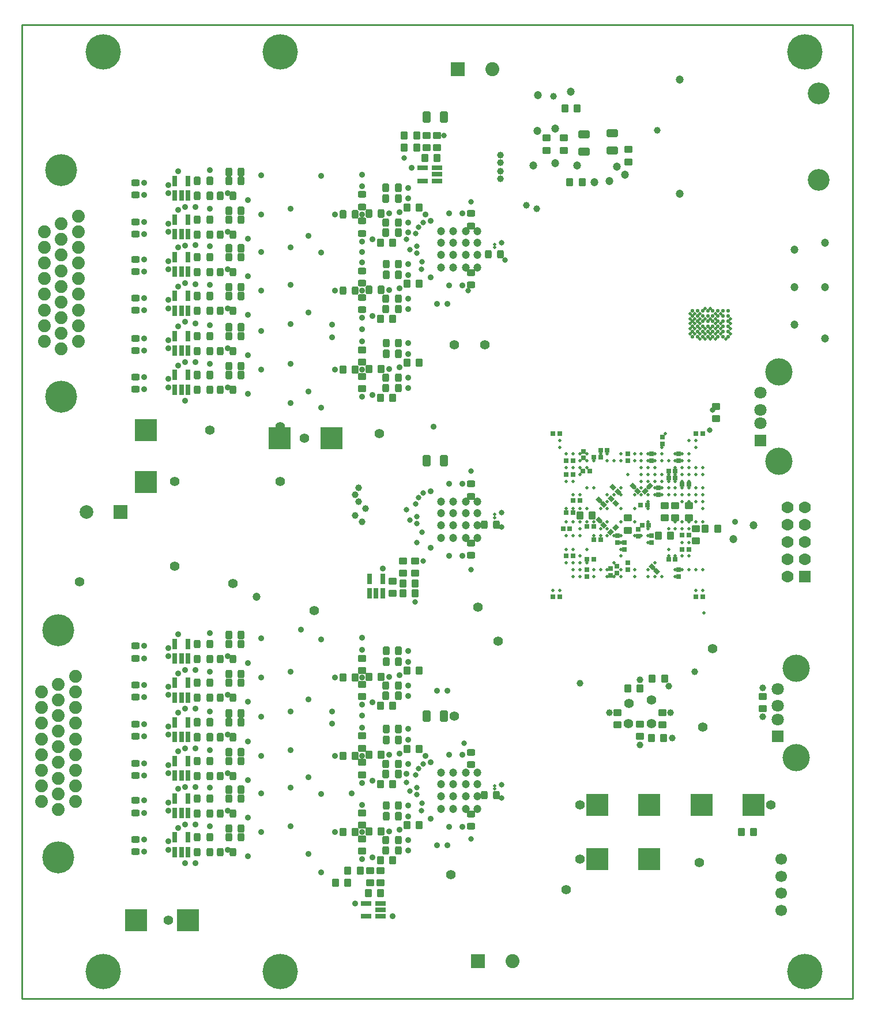
<source format=gbs>
%FSAX43Y43*%
%MOMM*%
G71*
G01*
G75*
G04 Layer_Color=16711935*
%ADD10C,0.200*%
%ADD11C,0.175*%
%ADD12O,1.270X0.762*%
%ADD13R,1.270X0.762*%
%ADD14O,0.700X0.400*%
G04:AMPARAMS|DCode=15|XSize=0.4mm|YSize=0.7mm|CornerRadius=0mm|HoleSize=0mm|Usage=FLASHONLY|Rotation=135.000|XOffset=0mm|YOffset=0mm|HoleType=Round|Shape=Round|*
%AMOVALD15*
21,1,0.300,0.400,0.000,0.000,225.0*
1,1,0.400,0.106,0.106*
1,1,0.400,-0.106,-0.106*
%
%ADD15OVALD15*%

%ADD16R,0.500X0.600*%
G04:AMPARAMS|DCode=17|XSize=0.8mm|YSize=1mm|CornerRadius=0.08mm|HoleSize=0mm|Usage=FLASHONLY|Rotation=90.000|XOffset=0mm|YOffset=0mm|HoleType=Round|Shape=RoundedRectangle|*
%AMROUNDEDRECTD17*
21,1,0.800,0.840,0,0,90.0*
21,1,0.640,1.000,0,0,90.0*
1,1,0.160,0.420,0.320*
1,1,0.160,0.420,-0.320*
1,1,0.160,-0.420,-0.320*
1,1,0.160,-0.420,0.320*
%
%ADD17ROUNDEDRECTD17*%
G04:AMPARAMS|DCode=18|XSize=0.8mm|YSize=1mm|CornerRadius=0.08mm|HoleSize=0mm|Usage=FLASHONLY|Rotation=0.000|XOffset=0mm|YOffset=0mm|HoleType=Round|Shape=RoundedRectangle|*
%AMROUNDEDRECTD18*
21,1,0.800,0.840,0,0,0.0*
21,1,0.640,1.000,0,0,0.0*
1,1,0.160,0.320,-0.420*
1,1,0.160,-0.320,-0.420*
1,1,0.160,-0.320,0.420*
1,1,0.160,0.320,0.420*
%
%ADD18ROUNDEDRECTD18*%
%ADD19O,2.100X6.000*%
%ADD20O,2.100X6.000*%
G04:AMPARAMS|DCode=21|XSize=1mm|YSize=2mm|CornerRadius=0.1mm|HoleSize=0mm|Usage=FLASHONLY|Rotation=90.000|XOffset=0mm|YOffset=0mm|HoleType=Round|Shape=RoundedRectangle|*
%AMROUNDEDRECTD21*
21,1,1.000,1.800,0,0,90.0*
21,1,0.800,2.000,0,0,90.0*
1,1,0.200,0.900,0.400*
1,1,0.200,0.900,-0.400*
1,1,0.200,-0.900,-0.400*
1,1,0.200,-0.900,0.400*
%
%ADD21ROUNDEDRECTD21*%
G04:AMPARAMS|DCode=22|XSize=1mm|YSize=1.5mm|CornerRadius=0.1mm|HoleSize=0mm|Usage=FLASHONLY|Rotation=0.000|XOffset=0mm|YOffset=0mm|HoleType=Round|Shape=RoundedRectangle|*
%AMROUNDEDRECTD22*
21,1,1.000,1.300,0,0,0.0*
21,1,0.800,1.500,0,0,0.0*
1,1,0.200,0.400,-0.650*
1,1,0.200,-0.400,-0.650*
1,1,0.200,-0.400,0.650*
1,1,0.200,0.400,0.650*
%
%ADD22ROUNDEDRECTD22*%
G04:AMPARAMS|DCode=23|XSize=1mm|YSize=1.5mm|CornerRadius=0.1mm|HoleSize=0mm|Usage=FLASHONLY|Rotation=90.000|XOffset=0mm|YOffset=0mm|HoleType=Round|Shape=RoundedRectangle|*
%AMROUNDEDRECTD23*
21,1,1.000,1.300,0,0,90.0*
21,1,0.800,1.500,0,0,90.0*
1,1,0.200,0.650,0.400*
1,1,0.200,0.650,-0.400*
1,1,0.200,-0.650,-0.400*
1,1,0.200,-0.650,0.400*
%
%ADD23ROUNDEDRECTD23*%
%ADD24O,1.000X0.250*%
%ADD25O,0.250X1.000*%
%ADD26R,0.250X1.000*%
%ADD27R,1.600X1.000*%
%ADD28R,5.700X5.500*%
%ADD29R,1.000X1.600*%
%ADD30R,5.500X5.700*%
%ADD31O,0.300X1.800*%
%ADD32O,1.800X0.300*%
%ADD33R,1.800X0.300*%
%ADD34R,1.400X0.450*%
%ADD35R,1.400X0.450*%
%ADD36R,1.400X0.450*%
%ADD37R,2.400X1.000*%
%ADD38R,2.400X3.300*%
%ADD39R,0.381X1.778*%
%ADD40O,0.381X1.778*%
%ADD41R,2.108X1.270*%
G04:AMPARAMS|DCode=42|XSize=2.108mm|YSize=1.27mm|CornerRadius=0mm|HoleSize=0mm|Usage=FLASHONLY|Rotation=0.000|XOffset=0mm|YOffset=0mm|HoleType=Round|Shape=Octagon|*
%AMOCTAGOND42*
4,1,8,1.054,-0.318,1.054,0.318,0.737,0.635,-0.737,0.635,-1.054,0.318,-1.054,-0.318,-0.737,-0.635,0.737,-0.635,1.054,-0.318,0.0*
%
%ADD42OCTAGOND42*%

%ADD43R,1.778X0.381*%
%ADD44O,1.778X0.381*%
%ADD45C,0.500*%
%ADD46O,0.250X0.900*%
%ADD47O,0.900X0.250*%
%ADD48R,0.900X0.250*%
%ADD49R,2.340X2.340*%
%ADD50O,1.016X0.305*%
%ADD51O,0.305X0.813*%
%ADD52O,0.305X1.016*%
%ADD53O,0.813X0.305*%
%ADD54R,0.600X0.500*%
%ADD55R,4.600X0.810*%
%ADD56R,4.600X0.610*%
%ADD57R,3.048X3.048*%
%ADD58O,0.250X1.600*%
%ADD59O,1.600X0.250*%
%ADD60R,1.600X0.250*%
%ADD61C,0.600*%
%ADD62C,0.800*%
%ADD63C,0.400*%
%ADD64C,0.150*%
%ADD65C,0.254*%
%ADD66C,0.508*%
%ADD67C,0.500*%
%ADD68R,6.100X6.100*%
%ADD69C,1.850*%
%ADD70R,1.850X1.850*%
%ADD71C,1.800*%
%ADD72C,3.800*%
%ADD73R,1.600X1.600*%
%ADD74C,1.600*%
%ADD75C,1.575*%
%ADD76R,1.575X1.575*%
%ADD77C,3.000*%
%ADD78C,1.500*%
%ADD79C,1.690*%
%ADD80C,4.500*%
%ADD81C,0.300*%
%ADD82C,0.600*%
%ADD83C,0.800*%
%ADD84C,1.000*%
%ADD85C,1.200*%
%ADD86C,0.700*%
%ADD87C,5.000*%
%ADD88C,1.016*%
G04:AMPARAMS|DCode=89|XSize=2.2mm|YSize=2.2mm|CornerRadius=0mm|HoleSize=0mm|Usage=FLASHONLY|Rotation=0.000|XOffset=0mm|YOffset=0mm|HoleType=Round|Shape=Relief|Width=0.175mm|Gap=0.3mm|Entries=4|*
%AMTHD89*
7,0,0,2.200,1.600,0.175,45*
%
%ADD89THD89*%
%ADD90C,2.700*%
%ADD91C,1.320*%
%ADD92C,1.416*%
%ADD93C,3.400*%
%ADD94C,1.400*%
G04:AMPARAMS|DCode=95|XSize=2.29mm|YSize=2.29mm|CornerRadius=0mm|HoleSize=0mm|Usage=FLASHONLY|Rotation=0.000|XOffset=0mm|YOffset=0mm|HoleType=Round|Shape=Relief|Width=0.175mm|Gap=0.3mm|Entries=4|*
%AMTHD95*
7,0,0,2.290,1.690,0.175,45*
%
%ADD95THD95*%
%ADD96C,1.490*%
G04:AMPARAMS|DCode=97|XSize=4.4mm|YSize=4.4mm|CornerRadius=0mm|HoleSize=0mm|Usage=FLASHONLY|Rotation=0.000|XOffset=0mm|YOffset=0mm|HoleType=Round|Shape=Relief|Width=0.175mm|Gap=0.3mm|Entries=4|*
%AMTHD97*
7,0,0,4.400,3.800,0.175,45*
%
%ADD97THD97*%
G04:AMPARAMS|DCode=98|XSize=4.44mm|YSize=4.44mm|CornerRadius=0mm|HoleSize=0mm|Usage=FLASHONLY|Rotation=0.000|XOffset=0mm|YOffset=0mm|HoleType=Round|Shape=Relief|Width=0.175mm|Gap=0.3mm|Entries=4|*
%AMTHD98*
7,0,0,4.440,3.840,0.175,45*
%
%ADD98THD98*%
%ADD99C,0.520*%
%ADD100C,0.700*%
%ADD101C,0.800*%
%ADD102C,0.900*%
%ADD103C,1.100*%
%ADD104C,1.000*%
G04:AMPARAMS|DCode=105|XSize=1.6mm|YSize=1.6mm|CornerRadius=0mm|HoleSize=0mm|Usage=FLASHONLY|Rotation=0.000|XOffset=0mm|YOffset=0mm|HoleType=Round|Shape=Relief|Width=0.175mm|Gap=0.3mm|Entries=4|*
%AMTHD105*
7,0,0,1.600,1.000,0.175,45*
%
%ADD105THD105*%
%ADD106C,0.300*%
%ADD107C,0.120*%
G04:AMPARAMS|DCode=108|XSize=2.3mm|YSize=2.3mm|CornerRadius=0mm|HoleSize=0mm|Usage=FLASHONLY|Rotation=0.000|XOffset=0mm|YOffset=0mm|HoleType=Round|Shape=Relief|Width=0.175mm|Gap=0.3mm|Entries=4|*
%AMTHD108*
7,0,0,2.300,1.700,0.175,45*
%
%ADD108THD108*%
G04:AMPARAMS|DCode=109|XSize=3.5mm|YSize=3.5mm|CornerRadius=0mm|HoleSize=0mm|Usage=FLASHONLY|Rotation=0.000|XOffset=0mm|YOffset=0mm|HoleType=Round|Shape=Relief|Width=0.175mm|Gap=0.3mm|Entries=4|*
%AMTHD109*
7,0,0,3.500,2.900,0.175,45*
%
%ADD109THD109*%
G04:AMPARAMS|DCode=110|XSize=2.12mm|YSize=2.12mm|CornerRadius=0mm|HoleSize=0mm|Usage=FLASHONLY|Rotation=0.000|XOffset=0mm|YOffset=0mm|HoleType=Round|Shape=Relief|Width=0.175mm|Gap=0.3mm|Entries=4|*
%AMTHD110*
7,0,0,2.120,1.520,0.175,45*
%
%ADD110THD110*%
G04:AMPARAMS|DCode=111|XSize=2.216mm|YSize=2.216mm|CornerRadius=0mm|HoleSize=0mm|Usage=FLASHONLY|Rotation=0.000|XOffset=0mm|YOffset=0mm|HoleType=Round|Shape=Relief|Width=0.175mm|Gap=0.3mm|Entries=4|*
%AMTHD111*
7,0,0,2.216,1.616,0.175,45*
%
%ADD111THD111*%
%ADD112C,3.600*%
%ADD113C,3.640*%
G04:AMPARAMS|DCode=114|XSize=1.32mm|YSize=1.32mm|CornerRadius=0mm|HoleSize=0mm|Usage=FLASHONLY|Rotation=0.000|XOffset=0mm|YOffset=0mm|HoleType=Round|Shape=Relief|Width=0.175mm|Gap=0.3mm|Entries=4|*
%AMTHD114*
7,0,0,1.320,0.720,0.175,45*
%
%ADD114THD114*%
G04:AMPARAMS|DCode=115|XSize=1.7mm|YSize=1.7mm|CornerRadius=0mm|HoleSize=0mm|Usage=FLASHONLY|Rotation=0.000|XOffset=0mm|YOffset=0mm|HoleType=Round|Shape=Relief|Width=0.175mm|Gap=0.3mm|Entries=4|*
%AMTHD115*
7,0,0,1.700,1.100,0.175,45*
%
%ADD115THD115*%
G04:AMPARAMS|DCode=116|XSize=1.9mm|YSize=1.9mm|CornerRadius=0mm|HoleSize=0mm|Usage=FLASHONLY|Rotation=0.000|XOffset=0mm|YOffset=0mm|HoleType=Round|Shape=Relief|Width=0.175mm|Gap=0.3mm|Entries=4|*
%AMTHD116*
7,0,0,1.900,1.300,0.175,45*
%
%ADD116THD116*%
%ADD117R,0.550X1.450*%
%ADD118R,0.550X1.450*%
G04:AMPARAMS|DCode=119|XSize=0.5mm|YSize=0.6mm|CornerRadius=0mm|HoleSize=0mm|Usage=FLASHONLY|Rotation=225.000|XOffset=0mm|YOffset=0mm|HoleType=Round|Shape=Rectangle|*
%AMROTATEDRECTD119*
4,1,4,-0.035,0.389,0.389,-0.035,0.035,-0.389,-0.389,0.035,-0.035,0.389,0.0*
%
%ADD119ROTATEDRECTD119*%

G04:AMPARAMS|DCode=120|XSize=0.5mm|YSize=0.6mm|CornerRadius=0mm|HoleSize=0mm|Usage=FLASHONLY|Rotation=135.000|XOffset=0mm|YOffset=0mm|HoleType=Round|Shape=Rectangle|*
%AMROTATEDRECTD120*
4,1,4,0.389,0.035,-0.035,-0.389,-0.389,-0.035,0.035,0.389,0.389,0.035,0.0*
%
%ADD120ROTATEDRECTD120*%

%ADD121O,1.016X0.508*%
%ADD122O,0.508X1.524*%
%ADD123R,3.048X3.048*%
%ADD124R,1.450X0.550*%
%ADD125R,1.450X0.550*%
%ADD126C,0.350*%
%ADD127O,0.508X1.016*%
%ADD128O,1.524X0.508*%
%ADD129R,6.300X6.300*%
%ADD130O,1.470X0.962*%
%ADD131R,1.470X0.962*%
%ADD132O,0.900X0.600*%
G04:AMPARAMS|DCode=133|XSize=0.6mm|YSize=0.9mm|CornerRadius=0mm|HoleSize=0mm|Usage=FLASHONLY|Rotation=135.000|XOffset=0mm|YOffset=0mm|HoleType=Round|Shape=Round|*
%AMOVALD133*
21,1,0.300,0.600,0.000,0.000,225.0*
1,1,0.600,0.106,0.106*
1,1,0.600,-0.106,-0.106*
%
%ADD133OVALD133*%

%ADD134R,0.700X0.800*%
G04:AMPARAMS|DCode=135|XSize=1mm|YSize=1.2mm|CornerRadius=0.18mm|HoleSize=0mm|Usage=FLASHONLY|Rotation=90.000|XOffset=0mm|YOffset=0mm|HoleType=Round|Shape=RoundedRectangle|*
%AMROUNDEDRECTD135*
21,1,1.000,0.840,0,0,90.0*
21,1,0.640,1.200,0,0,90.0*
1,1,0.360,0.420,0.320*
1,1,0.360,0.420,-0.320*
1,1,0.360,-0.420,-0.320*
1,1,0.360,-0.420,0.320*
%
%ADD135ROUNDEDRECTD135*%
G04:AMPARAMS|DCode=136|XSize=1mm|YSize=1.2mm|CornerRadius=0.18mm|HoleSize=0mm|Usage=FLASHONLY|Rotation=0.000|XOffset=0mm|YOffset=0mm|HoleType=Round|Shape=RoundedRectangle|*
%AMROUNDEDRECTD136*
21,1,1.000,0.840,0,0,0.0*
21,1,0.640,1.200,0,0,0.0*
1,1,0.360,0.320,-0.420*
1,1,0.360,-0.320,-0.420*
1,1,0.360,-0.320,0.420*
1,1,0.360,0.320,0.420*
%
%ADD136ROUNDEDRECTD136*%
%ADD137O,2.300X6.200*%
%ADD138O,2.300X6.200*%
G04:AMPARAMS|DCode=139|XSize=1.2mm|YSize=2.2mm|CornerRadius=0.2mm|HoleSize=0mm|Usage=FLASHONLY|Rotation=90.000|XOffset=0mm|YOffset=0mm|HoleType=Round|Shape=RoundedRectangle|*
%AMROUNDEDRECTD139*
21,1,1.200,1.800,0,0,90.0*
21,1,0.800,2.200,0,0,90.0*
1,1,0.400,0.900,0.400*
1,1,0.400,0.900,-0.400*
1,1,0.400,-0.900,-0.400*
1,1,0.400,-0.900,0.400*
%
%ADD139ROUNDEDRECTD139*%
G04:AMPARAMS|DCode=140|XSize=1.2mm|YSize=1.7mm|CornerRadius=0.2mm|HoleSize=0mm|Usage=FLASHONLY|Rotation=0.000|XOffset=0mm|YOffset=0mm|HoleType=Round|Shape=RoundedRectangle|*
%AMROUNDEDRECTD140*
21,1,1.200,1.300,0,0,0.0*
21,1,0.800,1.700,0,0,0.0*
1,1,0.400,0.400,-0.650*
1,1,0.400,-0.400,-0.650*
1,1,0.400,-0.400,0.650*
1,1,0.400,0.400,0.650*
%
%ADD140ROUNDEDRECTD140*%
G04:AMPARAMS|DCode=141|XSize=1.2mm|YSize=1.7mm|CornerRadius=0.2mm|HoleSize=0mm|Usage=FLASHONLY|Rotation=90.000|XOffset=0mm|YOffset=0mm|HoleType=Round|Shape=RoundedRectangle|*
%AMROUNDEDRECTD141*
21,1,1.200,1.300,0,0,90.0*
21,1,0.800,1.700,0,0,90.0*
1,1,0.400,0.650,0.400*
1,1,0.400,0.650,-0.400*
1,1,0.400,-0.650,-0.400*
1,1,0.400,-0.650,0.400*
%
%ADD141ROUNDEDRECTD141*%
%ADD142O,1.200X0.450*%
%ADD143O,0.450X1.200*%
%ADD144R,0.450X1.200*%
%ADD145R,1.800X1.200*%
%ADD146R,5.900X5.700*%
%ADD147R,1.200X1.800*%
%ADD148R,5.700X5.900*%
%ADD149O,0.500X2.000*%
%ADD150O,2.000X0.500*%
%ADD151R,2.000X0.500*%
%ADD152R,1.600X0.650*%
%ADD153R,1.600X0.650*%
%ADD154R,1.600X0.650*%
%ADD155R,2.600X1.200*%
%ADD156R,2.600X3.500*%
%ADD157R,0.581X1.978*%
%ADD158O,0.581X1.978*%
%ADD159R,2.308X1.470*%
G04:AMPARAMS|DCode=160|XSize=2.308mm|YSize=1.47mm|CornerRadius=0mm|HoleSize=0mm|Usage=FLASHONLY|Rotation=0.000|XOffset=0mm|YOffset=0mm|HoleType=Round|Shape=Octagon|*
%AMOCTAGOND160*
4,1,8,1.154,-0.367,1.154,0.367,0.787,0.735,-0.787,0.735,-1.154,0.367,-1.154,-0.367,-0.787,-0.735,0.787,-0.735,1.154,-0.367,0.0*
%
%ADD160OCTAGOND160*%

%ADD161R,1.978X0.581*%
%ADD162O,1.978X0.581*%
%ADD163O,0.450X1.100*%
%ADD164O,1.100X0.450*%
%ADD165R,1.100X0.450*%
%ADD166R,2.540X2.540*%
%ADD167O,1.216X0.505*%
%ADD168O,0.505X1.013*%
%ADD169O,0.505X1.216*%
%ADD170O,1.013X0.505*%
%ADD171R,0.800X0.700*%
%ADD172R,4.800X1.010*%
%ADD173R,4.800X0.810*%
%ADD174R,3.248X3.248*%
%ADD175O,0.450X1.800*%
%ADD176O,1.800X0.450*%
%ADD177R,1.800X0.450*%
%ADD178C,2.050*%
%ADD179R,2.050X2.050*%
%ADD180C,2.000*%
%ADD181C,4.000*%
%ADD182R,1.800X1.800*%
%ADD183C,1.775*%
%ADD184R,1.775X1.775*%
%ADD185C,3.200*%
%ADD186C,1.700*%
%ADD187C,1.890*%
%ADD188C,4.700*%
%ADD189C,0.900*%
%ADD190C,5.200*%
%ADD191R,0.750X1.650*%
%ADD192R,0.750X1.650*%
G04:AMPARAMS|DCode=193|XSize=0.7mm|YSize=0.8mm|CornerRadius=0mm|HoleSize=0mm|Usage=FLASHONLY|Rotation=225.000|XOffset=0mm|YOffset=0mm|HoleType=Round|Shape=Rectangle|*
%AMROTATEDRECTD193*
4,1,4,-0.035,0.530,0.530,-0.035,0.035,-0.530,-0.530,0.035,-0.035,0.530,0.0*
%
%ADD193ROTATEDRECTD193*%

G04:AMPARAMS|DCode=194|XSize=0.7mm|YSize=0.8mm|CornerRadius=0mm|HoleSize=0mm|Usage=FLASHONLY|Rotation=135.000|XOffset=0mm|YOffset=0mm|HoleType=Round|Shape=Rectangle|*
%AMROTATEDRECTD194*
4,1,4,0.530,0.035,-0.035,-0.530,-0.530,-0.035,0.035,0.530,0.530,0.035,0.0*
%
%ADD194ROTATEDRECTD194*%

%ADD195O,1.216X0.708*%
%ADD196O,0.708X1.724*%
%ADD197R,3.248X3.248*%
%ADD198R,1.650X0.750*%
%ADD199R,1.650X0.750*%
%ADD200C,0.550*%
%ADD201O,0.708X1.216*%
%ADD202O,1.724X0.708*%
G54D45*
X0146000Y0132000D02*
D03*
X0145000Y0132000D02*
D03*
X0143000Y0132000D02*
D03*
X0148000Y0132000D02*
D03*
X0144000Y0132000D02*
D03*
X0142000Y0132000D02*
D03*
X0149000Y0132000D02*
D03*
X0147000Y0127000D02*
D03*
X0150000Y0125000D02*
D03*
X0149000Y0125000D02*
D03*
X0151000Y0126000D02*
D03*
X0152000Y0127000D02*
D03*
X0151000Y0127000D02*
D03*
X0148000Y0127000D02*
D03*
X0149000Y0127000D02*
D03*
X0150000Y0127000D02*
D03*
X0145000Y0127000D02*
D03*
X0144000Y0127000D02*
D03*
X0143000Y0127000D02*
D03*
X0142000Y0127000D02*
D03*
X0144000Y0130000D02*
D03*
X0143000Y0130000D02*
D03*
X0145000Y0130000D02*
D03*
X0150000Y0132000D02*
D03*
X0144000Y0129000D02*
D03*
X0143000Y0129000D02*
D03*
X0145000Y0129000D02*
D03*
X0146000Y0129000D02*
D03*
X0144000Y0128000D02*
D03*
X0143000Y0128000D02*
D03*
X0145000Y0128000D02*
D03*
X0146000Y0128000D02*
D03*
X0146000Y0131000D02*
D03*
X0145000Y0131000D02*
D03*
X0143000Y0131000D02*
D03*
X0144000Y0131000D02*
D03*
X0142000Y0131000D02*
D03*
X0148000Y0131000D02*
D03*
X0150000Y0131000D02*
D03*
X0149000Y0131000D02*
D03*
X0147000Y0131000D02*
D03*
X0151000Y0130000D02*
D03*
X0151000Y0129000D02*
D03*
X0150000Y0130000D02*
D03*
X0149000Y0130000D02*
D03*
X0148000Y0130000D02*
D03*
X0150000Y0129000D02*
D03*
X0148000Y0129000D02*
D03*
X0147000Y0128000D02*
D03*
X0147000Y0129000D02*
D03*
X0149000Y0129000D02*
D03*
X0152000Y0129000D02*
D03*
X0152000Y0130000D02*
D03*
X0146000Y0127000D02*
D03*
X0146000Y0126000D02*
D03*
X0144000Y0125000D02*
D03*
X0142000Y0126000D02*
D03*
X0143000Y0126000D02*
D03*
X0144000Y0126000D02*
D03*
X0145000Y0126000D02*
D03*
X0147000Y0126000D02*
D03*
X0148000Y0126000D02*
D03*
X0149000Y0132000D02*
D03*
X0148000Y0128000D02*
D03*
X0154625Y0150375D02*
D03*
X0154625Y0151125D02*
D03*
X0154625Y0152625D02*
D03*
X0153875Y0152625D02*
D03*
X0153875Y0151875D02*
D03*
X0153875Y0151125D02*
D03*
X0153875Y0150375D02*
D03*
X0153125Y0149625D02*
D03*
X0153125Y0151875D02*
D03*
X0152375Y0150375D02*
D03*
X0152375Y0151875D02*
D03*
X0151625Y0150375D02*
D03*
X0151625Y0151125D02*
D03*
X0151625Y0151875D02*
D03*
X0151625Y0152625D02*
D03*
X0152375Y0153375D02*
D03*
X0153125Y0153375D02*
D03*
X0146000Y0133000D02*
D03*
X0151000Y0133000D02*
D03*
X0146500Y0135000D02*
D03*
X0151625Y0149625D02*
D03*
X0152375Y0149625D02*
D03*
X0153125Y0148875D02*
D03*
X0151625Y0148875D02*
D03*
X0152375Y0148875D02*
D03*
X0150125Y0149625D02*
D03*
X0150125Y0152625D02*
D03*
X0150125Y0151875D02*
D03*
X0150125Y0151125D02*
D03*
X0150125Y0150375D02*
D03*
X0150875Y0149625D02*
D03*
X0150875Y0152625D02*
D03*
X0150875Y0151875D02*
D03*
X0150875Y0151125D02*
D03*
X0150875Y0150375D02*
D03*
X0156125Y0151875D02*
D03*
X0156125Y0151125D02*
D03*
X0156125Y0150375D02*
D03*
X0156125Y0149625D02*
D03*
X0153875Y0149625D02*
D03*
X0154625Y0149625D02*
D03*
X0155375Y0148875D02*
D03*
X0153875Y0148875D02*
D03*
X0153125Y0150375D02*
D03*
X0150000Y0134000D02*
D03*
X0151000Y0134000D02*
D03*
X0149000Y0128000D02*
D03*
X0150000Y0128000D02*
D03*
X0149000Y0126000D02*
D03*
X0150000Y0126000D02*
D03*
X0152000Y0126000D02*
D03*
X0144000Y0124000D02*
D03*
X0142000Y0124000D02*
D03*
X0137000Y0121000D02*
D03*
X0136000Y0122000D02*
D03*
X0137000Y0122000D02*
D03*
X0150000Y0121000D02*
D03*
X0150000Y0119000D02*
D03*
X0135000Y0122000D02*
D03*
X0134000Y0124000D02*
D03*
X0146000Y0114000D02*
D03*
X0145000Y0114000D02*
D03*
X0152000Y0112000D02*
D03*
X0133000Y0132000D02*
D03*
X0152000Y0122000D02*
D03*
X0151000Y0122000D02*
D03*
X0140000Y0131000D02*
D03*
X0130000Y0112000D02*
D03*
X0142000Y0114000D02*
D03*
X0148000Y0115000D02*
D03*
X0150000Y0115000D02*
D03*
X0145000Y0116000D02*
D03*
X0147000Y0117000D02*
D03*
X0148000Y0117000D02*
D03*
X0150000Y0117000D02*
D03*
X0147000Y0118000D02*
D03*
X0144000Y0119000D02*
D03*
X0149000Y0119000D02*
D03*
X0142000Y0120000D02*
D03*
X0143000Y0120000D02*
D03*
X0144000Y0120000D02*
D03*
X0147000Y0121000D02*
D03*
X0148000Y0121000D02*
D03*
X0142000Y0122000D02*
D03*
X0144000Y0122000D02*
D03*
X0148000Y0122000D02*
D03*
X0149000Y0122000D02*
D03*
X0150000Y0122000D02*
D03*
X0132000Y0122000D02*
D03*
X0132000Y0120000D02*
D03*
X0132000Y0118000D02*
D03*
X0132000Y0116000D02*
D03*
X0133000Y0120000D02*
D03*
X0134000Y0122000D02*
D03*
X0134000Y0117000D02*
D03*
X0134000Y0116000D02*
D03*
X0135000Y0116000D02*
D03*
X0136000Y0120000D02*
D03*
X0136000Y0114000D02*
D03*
X0137000Y0120000D02*
D03*
X0138000Y0122000D02*
D03*
X0138000Y0121000D02*
D03*
X0138000Y0120000D02*
D03*
X0139000Y0120000D02*
D03*
X0140000Y0120000D02*
D03*
X0140000Y0119000D02*
D03*
X0140000Y0118000D02*
D03*
X0140000Y0117000D02*
D03*
X0135000Y0124000D02*
D03*
X0137000Y0124000D02*
D03*
X0138000Y0124000D02*
D03*
X0137000Y0125000D02*
D03*
X0138000Y0125000D02*
D03*
X0133000Y0126000D02*
D03*
X0140000Y0126000D02*
D03*
X0139000Y0127000D02*
D03*
X0140000Y0127000D02*
D03*
X0132000Y0128000D02*
D03*
X0133000Y0128000D02*
D03*
X0132000Y0129000D02*
D03*
X0141000Y0129000D02*
D03*
X0144000Y0114000D02*
D03*
X0140000Y0132000D02*
D03*
X0134000Y0132000D02*
D03*
X0132000Y0132000D02*
D03*
X0145000Y0115000D02*
D03*
X0134000Y0114000D02*
D03*
X0134000Y0115000D02*
D03*
X0131000Y0133000D02*
D03*
X0137000Y0132000D02*
D03*
X0138000Y0132000D02*
D03*
X0134000Y0130000D02*
D03*
X0135000Y0130000D02*
D03*
X0138000Y0126000D02*
D03*
X0139000Y0126000D02*
D03*
X0144000Y0121000D02*
D03*
X0136000Y0131000D02*
D03*
X0151000Y0112000D02*
D03*
X0134000Y0129000D02*
D03*
X0148000Y0114000D02*
D03*
X0138000Y0114000D02*
D03*
X0140000Y0114000D02*
D03*
X0131000Y0112000D02*
D03*
X0133000Y0122000D02*
D03*
X0133000Y0116000D02*
D03*
X0133000Y0118000D02*
D03*
X0136000Y0115000D02*
D03*
X0138000Y0115000D02*
D03*
X0140000Y0115000D02*
D03*
X0142000Y0115000D02*
D03*
X0144000Y0115000D02*
D03*
X0149000Y0115000D02*
D03*
X0149000Y0117000D02*
D03*
X0149000Y0121000D02*
D03*
X0133000Y0130000D02*
D03*
X0131000Y0134000D02*
D03*
X0134000Y0126000D02*
D03*
X0134000Y0131000D02*
D03*
X0140000Y0122000D02*
D03*
X0140000Y0124000D02*
D03*
X0152000Y0115000D02*
D03*
X0136000Y0127000D02*
D03*
X0134000Y0121000D02*
D03*
X0134000Y0120000D02*
D03*
X0135000Y0127000D02*
D03*
X0139000Y0131000D02*
D03*
X0137000Y0115000D02*
D03*
X0133000Y0115000D02*
D03*
X0133000Y0114000D02*
D03*
X0151000Y0125000D02*
D03*
X0152000Y0125000D02*
D03*
X0152000Y0124000D02*
D03*
X0121500Y0162800D02*
D03*
X0121500Y0162300D02*
D03*
X0121500Y0082800D02*
D03*
X0121500Y0083300D02*
D03*
X0135000Y0118000D02*
D03*
X0138000Y0131000D02*
D03*
X0139000Y0116000D02*
D03*
X0139000Y0114000D02*
D03*
X0135000Y0132000D02*
D03*
X0135000Y0131000D02*
D03*
X0133000Y0124000D02*
D03*
X0121500Y0122600D02*
D03*
X0121500Y0123100D02*
D03*
X0132000Y0124000D02*
D03*
X0151000Y0115000D02*
D03*
X0152200Y0108700D02*
D03*
X0132000Y0130000D02*
D03*
G54D65*
X0174000Y0052000D02*
X0174000Y0195000D01*
X0052000Y0052000D02*
X0174000Y0052000D01*
X0052000Y0195000D02*
X0174000Y0195000D01*
X0052000Y0052000D02*
X0052000Y0195000D01*
G54D71*
X0163000Y0093000D02*
D03*
X0163000Y0097500D02*
D03*
X0163000Y0095000D02*
D03*
X0160500Y0136500D02*
D03*
X0160500Y0141000D02*
D03*
X0160500Y0138500D02*
D03*
G54D84*
X0145300Y0179500D02*
D03*
X0122300Y0175900D02*
D03*
X0122300Y0174800D02*
D03*
X0122300Y0173500D02*
D03*
X0134000Y0098300D02*
D03*
X0146995Y0097936D02*
D03*
X0150800Y0100000D02*
D03*
X0147300Y0094000D02*
D03*
X0142800Y0098800D02*
D03*
X0138300Y0094000D02*
D03*
X0142800Y0089300D02*
D03*
X0101500Y0127000D02*
D03*
X0101000Y0126000D02*
D03*
X0101500Y0125000D02*
D03*
X0102500Y0124000D02*
D03*
X0101000Y0123000D02*
D03*
X0102000Y0122000D02*
D03*
X0147516Y0090300D02*
D03*
X0126100Y0168500D02*
D03*
X0127600Y0168000D02*
D03*
X0122300Y0172400D02*
D03*
D03*
X0130100Y0184500D02*
D03*
X0160800Y0093384D02*
D03*
X0160800Y0097616D02*
D03*
G54D85*
X0140600Y0173000D02*
D03*
X0159508Y0121492D02*
D03*
X0136100Y0171900D02*
D03*
X0133600Y0174400D02*
D03*
X0127100Y0174400D02*
D03*
X0148600Y0170200D02*
D03*
X0138300Y0172100D02*
D03*
X0127700Y0179400D02*
D03*
X0130385Y0174670D02*
D03*
X0130385Y0179750D02*
D03*
X0127845Y0184705D02*
D03*
X0118900Y0125000D02*
D03*
X0118900Y0119700D02*
D03*
X0118900Y0123300D02*
D03*
X0118900Y0121500D02*
D03*
X0115400Y0125000D02*
D03*
X0113600Y0125000D02*
D03*
X0115400Y0123300D02*
D03*
X0117200Y0123300D02*
D03*
X0113600Y0123300D02*
D03*
X0115400Y0121500D02*
D03*
X0117200Y0121500D02*
D03*
X0113600Y0121500D02*
D03*
X0113600Y0119700D02*
D03*
X0118900Y0085200D02*
D03*
X0118900Y0079900D02*
D03*
X0118900Y0083500D02*
D03*
X0118900Y0081700D02*
D03*
X0115400Y0085200D02*
D03*
X0117200Y0085200D02*
D03*
X0113600Y0085200D02*
D03*
X0115400Y0083500D02*
D03*
X0117200Y0083500D02*
D03*
X0113600Y0083500D02*
D03*
X0115400Y0081700D02*
D03*
X0117200Y0081700D02*
D03*
X0113600Y0081700D02*
D03*
X0115400Y0079900D02*
D03*
X0117200Y0079900D02*
D03*
X0113600Y0079900D02*
D03*
X0113600Y0159400D02*
D03*
X0117200Y0159400D02*
D03*
X0115400Y0159400D02*
D03*
X0113600Y0161200D02*
D03*
X0117200Y0161200D02*
D03*
X0115400Y0161200D02*
D03*
X0113600Y0163000D02*
D03*
X0117200Y0163000D02*
D03*
X0115400Y0163000D02*
D03*
X0113600Y0164700D02*
D03*
X0117200Y0164700D02*
D03*
X0115400Y0164700D02*
D03*
X0118900Y0161200D02*
D03*
X0118900Y0163000D02*
D03*
X0118900Y0159400D02*
D03*
X0118900Y0164700D02*
D03*
X0132600Y0185200D02*
D03*
X0148600Y0187000D02*
D03*
X0086500Y0111000D02*
D03*
X0139400Y0174200D02*
D03*
X0170000Y0163000D02*
D03*
X0170000Y0156500D02*
D03*
X0170000Y0149000D02*
D03*
X0165500Y0151000D02*
D03*
X0165500Y0156500D02*
D03*
X0165500Y0162000D02*
D03*
X0117200Y0119700D02*
D03*
X0117200Y0125000D02*
D03*
X0115400Y0119700D02*
D03*
X0156500Y0119500D02*
D03*
G54D94*
X0132000Y0068000D02*
D03*
X0151500Y0072000D02*
D03*
X0060500Y0113200D02*
D03*
X0074500Y0115500D02*
D03*
X0134000Y0080500D02*
D03*
X0134000Y0072500D02*
D03*
X0162000Y0080500D02*
D03*
X0115015Y0070215D02*
D03*
X0073500Y0063500D02*
D03*
X0079600Y0135500D02*
D03*
X0090000Y0128000D02*
D03*
X0074500Y0128000D02*
D03*
X0093500Y0134300D02*
D03*
X0095000Y0109000D02*
D03*
X0104500Y0135000D02*
D03*
X0083000Y0113000D02*
D03*
X0090000Y0136000D02*
D03*
X0115500Y0148000D02*
D03*
X0120000Y0148000D02*
D03*
X0115500Y0093500D02*
D03*
X0119000Y0109500D02*
D03*
X0152000Y0091900D02*
D03*
X0153500Y0103400D02*
D03*
X0141200Y0095400D02*
D03*
X0141100Y0092400D02*
D03*
X0144500Y0092400D02*
D03*
X0144500Y0095900D02*
D03*
X0122000Y0104500D02*
D03*
G54D101*
X0153000Y0135500D02*
D03*
X0153500Y0138500D02*
D03*
X0110000Y0119000D02*
D03*
X0110700Y0159100D02*
D03*
X0122500Y0083400D02*
D03*
X0122500Y0081500D02*
D03*
X0110700Y0079600D02*
D03*
X0110800Y0080700D02*
D03*
X0109900Y0084900D02*
D03*
X0110300Y0085800D02*
D03*
X0108500Y0083800D02*
D03*
X0111000Y0086500D02*
D03*
X0110000Y0082000D02*
D03*
X0110800Y0120500D02*
D03*
X0109900Y0124700D02*
D03*
X0110300Y0125600D02*
D03*
X0108500Y0123800D02*
D03*
X0111000Y0126300D02*
D03*
X0110000Y0121800D02*
D03*
X0110000Y0122800D02*
D03*
X0111000Y0116300D02*
D03*
X0108200Y0175500D02*
D03*
X0114000Y0178800D02*
D03*
X0117000Y0089500D02*
D03*
X0122500Y0121300D02*
D03*
X0118000Y0115000D02*
D03*
X0118000Y0129500D02*
D03*
X0122500Y0123400D02*
D03*
X0118000Y0169000D02*
D03*
X0123000Y0160500D02*
D03*
X0122500Y0163000D02*
D03*
X0118000Y0075500D02*
D03*
X0109000Y0162000D02*
D03*
X0110000Y0161500D02*
D03*
X0110000Y0162500D02*
D03*
X0109000Y0122300D02*
D03*
X0110000Y0083000D02*
D03*
X0109000Y0082500D02*
D03*
X0111000Y0166000D02*
D03*
X0108500Y0163500D02*
D03*
X0110300Y0165300D02*
D03*
X0109900Y0164400D02*
D03*
X0110800Y0160200D02*
D03*
X0117600Y0156000D02*
D03*
X0109800Y0110300D02*
D03*
G54D134*
X0144500Y0119000D02*
D03*
X0144500Y0120000D02*
D03*
X0139500Y0120000D02*
D03*
X0139500Y0119000D02*
D03*
X0142500Y0119900D02*
D03*
X0142500Y0120900D02*
D03*
X0144500Y0131000D02*
D03*
X0144500Y0132000D02*
D03*
X0148500Y0131000D02*
D03*
X0148500Y0132000D02*
D03*
X0141000Y0115000D02*
D03*
X0141000Y0116000D02*
D03*
X0138500Y0115200D02*
D03*
X0138500Y0114200D02*
D03*
X0141000Y0131000D02*
D03*
X0141000Y0132000D02*
D03*
X0148500Y0115000D02*
D03*
X0148500Y0114000D02*
D03*
X0135000Y0115000D02*
D03*
X0135000Y0114000D02*
D03*
X0140500Y0118000D02*
D03*
X0140500Y0119000D02*
D03*
X0145500Y0126000D02*
D03*
X0145500Y0127000D02*
D03*
X0146100Y0134500D02*
D03*
X0146100Y0133500D02*
D03*
X0139400Y0115500D02*
D03*
X0139400Y0114500D02*
D03*
X0134500Y0131400D02*
D03*
X0134500Y0132400D02*
D03*
G54D135*
X0150000Y0124400D02*
D03*
X0150000Y0122600D02*
D03*
X0151000Y0119200D02*
D03*
X0151000Y0121000D02*
D03*
X0148000Y0124400D02*
D03*
X0148000Y0122600D02*
D03*
X0154000Y0137200D02*
D03*
X0154000Y0139000D02*
D03*
X0141000Y0120800D02*
D03*
X0141000Y0122600D02*
D03*
X0102000Y0100200D02*
D03*
X0102000Y0102000D02*
D03*
X0102000Y0145500D02*
D03*
X0102000Y0147300D02*
D03*
X0102000Y0098200D02*
D03*
X0102000Y0096400D02*
D03*
X0102000Y0143400D02*
D03*
X0102000Y0141600D02*
D03*
X0102000Y0077500D02*
D03*
X0102000Y0079300D02*
D03*
X0102000Y0088800D02*
D03*
X0102000Y0090600D02*
D03*
X0102000Y0075500D02*
D03*
X0102000Y0073700D02*
D03*
X0102000Y0086700D02*
D03*
X0102000Y0084900D02*
D03*
X0141100Y0174900D02*
D03*
X0141100Y0176700D02*
D03*
X0129100Y0178400D02*
D03*
X0129100Y0176600D02*
D03*
X0131600Y0178400D02*
D03*
X0131600Y0176600D02*
D03*
X0103200Y0069000D02*
D03*
X0103200Y0070800D02*
D03*
X0104700Y0069000D02*
D03*
X0104700Y0070800D02*
D03*
X0111500Y0177000D02*
D03*
X0111500Y0178800D02*
D03*
X0113000Y0177000D02*
D03*
X0113000Y0178800D02*
D03*
X0142800Y0092300D02*
D03*
X0142800Y0090500D02*
D03*
X0139500Y0092200D02*
D03*
X0139500Y0094000D02*
D03*
X0146100Y0092200D02*
D03*
X0146100Y0094000D02*
D03*
X0108000Y0116300D02*
D03*
X0108000Y0114500D02*
D03*
X0109800Y0114500D02*
D03*
X0109800Y0116300D02*
D03*
X0106500Y0111500D02*
D03*
X0106500Y0113300D02*
D03*
X0146400Y0124400D02*
D03*
X0146400Y0122600D02*
D03*
X0160800Y0094600D02*
D03*
X0160800Y0096400D02*
D03*
G54D136*
X0146300Y0090300D02*
D03*
X0144500Y0090300D02*
D03*
X0154200Y0121000D02*
D03*
X0152400Y0121000D02*
D03*
X0145500Y0120000D02*
D03*
X0147300Y0120000D02*
D03*
X0135800Y0123000D02*
D03*
X0134000Y0123000D02*
D03*
X0134300Y0171900D02*
D03*
X0132500Y0171900D02*
D03*
X0146400Y0099000D02*
D03*
X0144600Y0099000D02*
D03*
X0159500Y0076500D02*
D03*
X0157700Y0076500D02*
D03*
X0106500Y0151800D02*
D03*
X0104700Y0151800D02*
D03*
X0110400Y0157000D02*
D03*
X0108600Y0157000D02*
D03*
X0106500Y0163000D02*
D03*
X0104700Y0163000D02*
D03*
X0110400Y0168200D02*
D03*
X0108600Y0168200D02*
D03*
X0103000Y0099300D02*
D03*
X0104800Y0099300D02*
D03*
X0103000Y0144500D02*
D03*
X0104800Y0144500D02*
D03*
X0101000Y0099200D02*
D03*
X0099200Y0099200D02*
D03*
X0101000Y0144400D02*
D03*
X0099200Y0144400D02*
D03*
X0106500Y0095000D02*
D03*
X0104700Y0095000D02*
D03*
X0110400Y0100200D02*
D03*
X0108600Y0100200D02*
D03*
X0106500Y0140200D02*
D03*
X0104700Y0140200D02*
D03*
X0110400Y0145400D02*
D03*
X0108600Y0145400D02*
D03*
X0103000Y0076600D02*
D03*
X0104800Y0076600D02*
D03*
X0103000Y0087800D02*
D03*
X0104800Y0087800D02*
D03*
X0101000Y0076500D02*
D03*
X0099200Y0076500D02*
D03*
X0101000Y0087700D02*
D03*
X0099200Y0087700D02*
D03*
X0106500Y0072300D02*
D03*
X0104700Y0072300D02*
D03*
X0110400Y0077500D02*
D03*
X0108600Y0077500D02*
D03*
X0106500Y0083500D02*
D03*
X0104700Y0083500D02*
D03*
X0110400Y0088700D02*
D03*
X0108600Y0088700D02*
D03*
X0131800Y0182700D02*
D03*
X0133600Y0182700D02*
D03*
X0099900Y0069000D02*
D03*
X0098100Y0069000D02*
D03*
X0101700Y0070800D02*
D03*
X0099900Y0070800D02*
D03*
X0104700Y0067500D02*
D03*
X0102900Y0067500D02*
D03*
X0108200Y0177000D02*
D03*
X0110000Y0177000D02*
D03*
X0110000Y0178800D02*
D03*
X0108200Y0178800D02*
D03*
X0113000Y0175500D02*
D03*
X0111200Y0175500D02*
D03*
X0141000Y0097600D02*
D03*
X0142800Y0097600D02*
D03*
X0108000Y0113000D02*
D03*
X0109800Y0113000D02*
D03*
X0108000Y0111500D02*
D03*
X0109800Y0111500D02*
D03*
G54D167*
X0068700Y0075400D02*
D03*
X0068700Y0073600D02*
D03*
X0068700Y0075146D02*
D03*
X0068700Y0075654D02*
D03*
X0068700Y0073854D02*
D03*
X0068700Y0073346D02*
D03*
X0068700Y0096046D02*
D03*
X0068700Y0096554D02*
D03*
X0068700Y0098354D02*
D03*
X0068700Y0097846D02*
D03*
X0068700Y0096300D02*
D03*
X0068700Y0098100D02*
D03*
X0068700Y0154900D02*
D03*
X0068700Y0153100D02*
D03*
X0068700Y0154646D02*
D03*
X0068700Y0155154D02*
D03*
X0068700Y0153354D02*
D03*
X0068700Y0152846D02*
D03*
X0068700Y0079046D02*
D03*
X0068700Y0079554D02*
D03*
X0068700Y0081354D02*
D03*
X0068700Y0080846D02*
D03*
X0068700Y0079300D02*
D03*
X0068700Y0081100D02*
D03*
X0068700Y0103800D02*
D03*
X0068700Y0102000D02*
D03*
X0068700Y0103546D02*
D03*
X0068700Y0104054D02*
D03*
X0068700Y0102254D02*
D03*
X0068700Y0101746D02*
D03*
X0068700Y0158546D02*
D03*
X0068700Y0159054D02*
D03*
X0068700Y0160854D02*
D03*
X0068700Y0160346D02*
D03*
X0068700Y0158800D02*
D03*
X0068700Y0160600D02*
D03*
X0068700Y0086600D02*
D03*
X0068700Y0084800D02*
D03*
X0068700Y0086346D02*
D03*
X0068700Y0086854D02*
D03*
X0068700Y0085054D02*
D03*
X0068700Y0084546D02*
D03*
X0068700Y0141246D02*
D03*
X0068700Y0141754D02*
D03*
X0068700Y0143554D02*
D03*
X0068700Y0143046D02*
D03*
X0068700Y0141500D02*
D03*
X0068700Y0143300D02*
D03*
X0068700Y0166100D02*
D03*
X0068700Y0164300D02*
D03*
X0068700Y0165846D02*
D03*
X0068700Y0166354D02*
D03*
X0068700Y0164554D02*
D03*
X0068700Y0164046D02*
D03*
X0068700Y0090246D02*
D03*
X0068700Y0090754D02*
D03*
X0068700Y0092554D02*
D03*
X0068700Y0092046D02*
D03*
X0068700Y0090500D02*
D03*
X0068700Y0092300D02*
D03*
X0068700Y0149000D02*
D03*
X0068700Y0147200D02*
D03*
X0068700Y0148746D02*
D03*
X0068700Y0149254D02*
D03*
X0068700Y0147454D02*
D03*
X0068700Y0146946D02*
D03*
X0068700Y0169746D02*
D03*
X0068700Y0170254D02*
D03*
X0068700Y0172054D02*
D03*
X0068700Y0171546D02*
D03*
X0068700Y0170000D02*
D03*
X0068700Y0171800D02*
D03*
X0118000Y0079100D02*
D03*
X0118000Y0077300D02*
D03*
X0118000Y0078846D02*
D03*
X0118000Y0079354D02*
D03*
X0118000Y0077554D02*
D03*
X0118000Y0077046D02*
D03*
X0118000Y0116846D02*
D03*
X0118000Y0117354D02*
D03*
X0118000Y0119154D02*
D03*
X0118000Y0118646D02*
D03*
X0118000Y0117100D02*
D03*
X0118000Y0118900D02*
D03*
X0118000Y0158600D02*
D03*
X0118000Y0156800D02*
D03*
X0118000Y0158346D02*
D03*
X0118000Y0158854D02*
D03*
X0118000Y0157054D02*
D03*
X0118000Y0156546D02*
D03*
X0118000Y0086400D02*
D03*
X0118000Y0088200D02*
D03*
X0118000Y0086654D02*
D03*
X0118000Y0086146D02*
D03*
X0118000Y0087946D02*
D03*
X0118000Y0088454D02*
D03*
X0118000Y0127854D02*
D03*
X0118000Y0127346D02*
D03*
X0118000Y0125546D02*
D03*
X0118000Y0126054D02*
D03*
X0118000Y0127600D02*
D03*
X0118000Y0125800D02*
D03*
X0118000Y0165500D02*
D03*
X0118000Y0167300D02*
D03*
X0118000Y0165754D02*
D03*
X0118000Y0165246D02*
D03*
X0118000Y0167046D02*
D03*
X0118000Y0167554D02*
D03*
X0102000Y0159154D02*
D03*
X0102000Y0158646D02*
D03*
X0102000Y0156846D02*
D03*
X0102000Y0157354D02*
D03*
X0102000Y0158900D02*
D03*
X0102000Y0157100D02*
D03*
X0102000Y0170354D02*
D03*
X0102000Y0169846D02*
D03*
X0102000Y0168046D02*
D03*
X0102000Y0168554D02*
D03*
X0102000Y0170100D02*
D03*
X0102000Y0168300D02*
D03*
X0102000Y0152946D02*
D03*
X0102000Y0153454D02*
D03*
X0102000Y0155254D02*
D03*
X0102000Y0154746D02*
D03*
X0102000Y0153200D02*
D03*
X0102000Y0155000D02*
D03*
X0102000Y0164146D02*
D03*
X0102000Y0164654D02*
D03*
X0102000Y0166454D02*
D03*
X0102000Y0165946D02*
D03*
X0102000Y0164400D02*
D03*
X0102000Y0166200D02*
D03*
G54D168*
X0069056Y0075400D02*
D03*
X0068344Y0075400D02*
D03*
X0068344Y0073600D02*
D03*
X0069056Y0073600D02*
D03*
X0069056Y0096300D02*
D03*
X0068344Y0096300D02*
D03*
X0068344Y0098100D02*
D03*
X0069056Y0098100D02*
D03*
X0069056Y0154900D02*
D03*
X0068344Y0154900D02*
D03*
X0068344Y0153100D02*
D03*
X0069056Y0153100D02*
D03*
X0069056Y0079300D02*
D03*
X0068344Y0079300D02*
D03*
X0068344Y0081100D02*
D03*
X0069056Y0081100D02*
D03*
X0069056Y0103800D02*
D03*
X0068344Y0103800D02*
D03*
X0068344Y0102000D02*
D03*
X0069056Y0102000D02*
D03*
X0069056Y0158800D02*
D03*
X0068344Y0158800D02*
D03*
X0068344Y0160600D02*
D03*
X0069056Y0160600D02*
D03*
X0069056Y0086600D02*
D03*
X0068344Y0086600D02*
D03*
X0068344Y0084800D02*
D03*
X0069056Y0084800D02*
D03*
X0069056Y0141500D02*
D03*
X0068344Y0141500D02*
D03*
X0068344Y0143300D02*
D03*
X0069056Y0143300D02*
D03*
X0069056Y0166100D02*
D03*
X0068344Y0166100D02*
D03*
X0068344Y0164300D02*
D03*
X0069056Y0164300D02*
D03*
X0069056Y0090500D02*
D03*
X0068344Y0090500D02*
D03*
X0068344Y0092300D02*
D03*
X0069056Y0092300D02*
D03*
X0069056Y0149000D02*
D03*
X0068344Y0149000D02*
D03*
X0068344Y0147200D02*
D03*
X0069056Y0147200D02*
D03*
X0069056Y0170000D02*
D03*
X0068344Y0170000D02*
D03*
X0068344Y0171800D02*
D03*
X0069056Y0171800D02*
D03*
X0118356Y0079100D02*
D03*
X0117644Y0079100D02*
D03*
X0117644Y0077300D02*
D03*
X0118356Y0077300D02*
D03*
X0118356Y0117100D02*
D03*
X0117644Y0117100D02*
D03*
X0117644Y0118900D02*
D03*
X0118356Y0118900D02*
D03*
X0118356Y0158600D02*
D03*
X0117644Y0158600D02*
D03*
X0117644Y0156800D02*
D03*
X0118356Y0156800D02*
D03*
X0117644Y0086400D02*
D03*
X0118356Y0086400D02*
D03*
X0118356Y0088200D02*
D03*
X0117644Y0088200D02*
D03*
X0117644Y0127600D02*
D03*
X0118356Y0127600D02*
D03*
X0118356Y0125800D02*
D03*
X0117644Y0125800D02*
D03*
X0117644Y0165500D02*
D03*
X0118356Y0165500D02*
D03*
X0118356Y0167300D02*
D03*
X0117644Y0167300D02*
D03*
X0101644Y0158900D02*
D03*
X0102356Y0158900D02*
D03*
X0102356Y0157100D02*
D03*
X0101644Y0157100D02*
D03*
X0101644Y0170100D02*
D03*
X0102356Y0170100D02*
D03*
X0102356Y0168300D02*
D03*
X0101644Y0168300D02*
D03*
X0102356Y0153200D02*
D03*
X0101644Y0153200D02*
D03*
X0101644Y0155000D02*
D03*
X0102356Y0155000D02*
D03*
X0102356Y0164400D02*
D03*
X0101644Y0164400D02*
D03*
X0101644Y0166200D02*
D03*
X0102356Y0166200D02*
D03*
G54D169*
X0081200Y0073500D02*
D03*
X0083000Y0073500D02*
D03*
X0081454Y0073500D02*
D03*
X0080946Y0073500D02*
D03*
X0082746Y0073500D02*
D03*
X0083254Y0073500D02*
D03*
X0083254Y0096200D02*
D03*
X0082746Y0096200D02*
D03*
X0080946Y0096200D02*
D03*
X0081454Y0096200D02*
D03*
X0083000Y0096200D02*
D03*
X0081200Y0096200D02*
D03*
X0081200Y0153000D02*
D03*
X0083000Y0153000D02*
D03*
X0081454Y0153000D02*
D03*
X0080946Y0153000D02*
D03*
X0082746Y0153000D02*
D03*
X0083254Y0153000D02*
D03*
X0081200Y0079200D02*
D03*
X0083000Y0079200D02*
D03*
X0081454Y0079200D02*
D03*
X0080946Y0079200D02*
D03*
X0082746Y0079200D02*
D03*
X0083254Y0079200D02*
D03*
X0083254Y0101900D02*
D03*
X0082746Y0101900D02*
D03*
X0080946Y0101900D02*
D03*
X0081454Y0101900D02*
D03*
X0083000Y0101900D02*
D03*
X0081200Y0101900D02*
D03*
X0081200Y0158700D02*
D03*
X0083000Y0158700D02*
D03*
X0081454Y0158700D02*
D03*
X0080946Y0158700D02*
D03*
X0082746Y0158700D02*
D03*
X0083254Y0158700D02*
D03*
X0081200Y0084700D02*
D03*
X0083000Y0084700D02*
D03*
X0081454Y0084700D02*
D03*
X0080946Y0084700D02*
D03*
X0082746Y0084700D02*
D03*
X0083254Y0084700D02*
D03*
X0083254Y0141400D02*
D03*
X0082746Y0141400D02*
D03*
X0080946Y0141400D02*
D03*
X0081454Y0141400D02*
D03*
X0083000Y0141400D02*
D03*
X0081200Y0141400D02*
D03*
X0081200Y0164200D02*
D03*
X0083000Y0164200D02*
D03*
X0081454Y0164200D02*
D03*
X0080946Y0164200D02*
D03*
X0082746Y0164200D02*
D03*
X0083254Y0164200D02*
D03*
X0081200Y0090400D02*
D03*
X0083000Y0090400D02*
D03*
X0081454Y0090400D02*
D03*
X0080946Y0090400D02*
D03*
X0082746Y0090400D02*
D03*
X0083254Y0090400D02*
D03*
X0083254Y0147100D02*
D03*
X0082746Y0147100D02*
D03*
X0080946Y0147100D02*
D03*
X0081454Y0147100D02*
D03*
X0083000Y0147100D02*
D03*
X0081200Y0147100D02*
D03*
X0081200Y0169900D02*
D03*
X0083000Y0169900D02*
D03*
X0081454Y0169900D02*
D03*
X0080946Y0169900D02*
D03*
X0082746Y0169900D02*
D03*
X0083254Y0169900D02*
D03*
X0084200Y0077000D02*
D03*
X0082400Y0077000D02*
D03*
X0083946Y0077000D02*
D03*
X0084454Y0077000D02*
D03*
X0082654Y0077000D02*
D03*
X0082146Y0077000D02*
D03*
X0082146Y0099700D02*
D03*
X0082654Y0099700D02*
D03*
X0084454Y0099700D02*
D03*
X0083946Y0099700D02*
D03*
X0082400Y0099700D02*
D03*
X0084200Y0099700D02*
D03*
X0084200Y0156500D02*
D03*
X0082400Y0156500D02*
D03*
X0083946Y0156500D02*
D03*
X0084454Y0156500D02*
D03*
X0082654Y0156500D02*
D03*
X0082146Y0156500D02*
D03*
X0082146Y0082700D02*
D03*
X0082654Y0082700D02*
D03*
X0084454Y0082700D02*
D03*
X0083946Y0082700D02*
D03*
X0082400Y0082700D02*
D03*
X0084200Y0082700D02*
D03*
X0084200Y0105400D02*
D03*
X0082400Y0105400D02*
D03*
X0083946Y0105400D02*
D03*
X0084454Y0105400D02*
D03*
X0082654Y0105400D02*
D03*
X0082146Y0105400D02*
D03*
X0082146Y0162200D02*
D03*
X0082654Y0162200D02*
D03*
X0084454Y0162200D02*
D03*
X0083946Y0162200D02*
D03*
X0082400Y0162200D02*
D03*
X0084200Y0162200D02*
D03*
X0084200Y0088200D02*
D03*
X0082400Y0088200D02*
D03*
X0083946Y0088200D02*
D03*
X0084454Y0088200D02*
D03*
X0082654Y0088200D02*
D03*
X0082146Y0088200D02*
D03*
X0082146Y0144900D02*
D03*
X0082654Y0144900D02*
D03*
X0084454Y0144900D02*
D03*
X0083946Y0144900D02*
D03*
X0082400Y0144900D02*
D03*
X0084200Y0144900D02*
D03*
X0084200Y0167700D02*
D03*
X0082400Y0167700D02*
D03*
X0083946Y0167700D02*
D03*
X0084454Y0167700D02*
D03*
X0082654Y0167700D02*
D03*
X0082146Y0167700D02*
D03*
X0082146Y0093900D02*
D03*
X0082654Y0093900D02*
D03*
X0084454Y0093900D02*
D03*
X0083946Y0093900D02*
D03*
X0082400Y0093900D02*
D03*
X0084200Y0093900D02*
D03*
X0084200Y0150600D02*
D03*
X0082400Y0150600D02*
D03*
X0083946Y0150600D02*
D03*
X0084454Y0150600D02*
D03*
X0082654Y0150600D02*
D03*
X0082146Y0150600D02*
D03*
X0082146Y0173400D02*
D03*
X0082654Y0173400D02*
D03*
X0084454Y0173400D02*
D03*
X0083946Y0173400D02*
D03*
X0082400Y0173400D02*
D03*
X0084200Y0173400D02*
D03*
X0077800Y0075700D02*
D03*
X0079600Y0075700D02*
D03*
X0078054Y0075700D02*
D03*
X0077546Y0075700D02*
D03*
X0079346Y0075700D02*
D03*
X0079854Y0075700D02*
D03*
X0079854Y0098400D02*
D03*
X0079346Y0098400D02*
D03*
X0077546Y0098400D02*
D03*
X0078054Y0098400D02*
D03*
X0079600Y0098400D02*
D03*
X0077800Y0098400D02*
D03*
X0077800Y0155200D02*
D03*
X0079600Y0155200D02*
D03*
X0078054Y0155200D02*
D03*
X0077546Y0155200D02*
D03*
X0079346Y0155200D02*
D03*
X0079854Y0155200D02*
D03*
X0079854Y0081400D02*
D03*
X0079346Y0081400D02*
D03*
X0077546Y0081400D02*
D03*
X0078054Y0081400D02*
D03*
X0079600Y0081400D02*
D03*
X0077800Y0081400D02*
D03*
X0077800Y0104100D02*
D03*
X0079600Y0104100D02*
D03*
X0078054Y0104100D02*
D03*
X0077546Y0104100D02*
D03*
X0079346Y0104100D02*
D03*
X0079854Y0104100D02*
D03*
X0079854Y0160900D02*
D03*
X0079346Y0160900D02*
D03*
X0077546Y0160900D02*
D03*
X0078054Y0160900D02*
D03*
X0079600Y0160900D02*
D03*
X0077800Y0160900D02*
D03*
X0077800Y0086900D02*
D03*
X0079600Y0086900D02*
D03*
X0078054Y0086900D02*
D03*
X0077546Y0086900D02*
D03*
X0079346Y0086900D02*
D03*
X0079854Y0086900D02*
D03*
X0079854Y0143600D02*
D03*
X0079346Y0143600D02*
D03*
X0077546Y0143600D02*
D03*
X0078054Y0143600D02*
D03*
X0079600Y0143600D02*
D03*
X0077800Y0143600D02*
D03*
X0077800Y0166400D02*
D03*
X0079600Y0166400D02*
D03*
X0078054Y0166400D02*
D03*
X0077546Y0166400D02*
D03*
X0079346Y0166400D02*
D03*
X0079854Y0166400D02*
D03*
X0079854Y0092600D02*
D03*
X0079346Y0092600D02*
D03*
X0077546Y0092600D02*
D03*
X0078054Y0092600D02*
D03*
X0079600Y0092600D02*
D03*
X0077800Y0092600D02*
D03*
X0077800Y0149300D02*
D03*
X0079600Y0149300D02*
D03*
X0078054Y0149300D02*
D03*
X0077546Y0149300D02*
D03*
X0079346Y0149300D02*
D03*
X0079854Y0149300D02*
D03*
X0079854Y0172100D02*
D03*
X0079346Y0172100D02*
D03*
X0077546Y0172100D02*
D03*
X0078054Y0172100D02*
D03*
X0079600Y0172100D02*
D03*
X0077800Y0172100D02*
D03*
X0121954Y0081900D02*
D03*
X0121446Y0081900D02*
D03*
X0119646Y0081900D02*
D03*
X0120154Y0081900D02*
D03*
X0121700Y0081900D02*
D03*
X0119900Y0081900D02*
D03*
X0119900Y0121600D02*
D03*
X0121700Y0121600D02*
D03*
X0120154Y0121600D02*
D03*
X0119646Y0121600D02*
D03*
X0121446Y0121600D02*
D03*
X0121954Y0121600D02*
D03*
X0122554Y0161300D02*
D03*
X0122046Y0161300D02*
D03*
X0120246Y0161300D02*
D03*
X0120754Y0161300D02*
D03*
X0122300Y0161300D02*
D03*
X0120500Y0161300D02*
D03*
X0103000Y0167300D02*
D03*
X0104800Y0167300D02*
D03*
X0103254Y0167300D02*
D03*
X0102746Y0167300D02*
D03*
X0104546Y0167300D02*
D03*
X0105054Y0167300D02*
D03*
X0103000Y0156100D02*
D03*
X0104800Y0156100D02*
D03*
X0103254Y0156100D02*
D03*
X0102746Y0156100D02*
D03*
X0104546Y0156100D02*
D03*
X0105054Y0156100D02*
D03*
X0101000Y0156000D02*
D03*
X0099200Y0156000D02*
D03*
X0100746Y0156000D02*
D03*
X0101254Y0156000D02*
D03*
X0099454Y0156000D02*
D03*
X0098946Y0156000D02*
D03*
X0101000Y0167200D02*
D03*
X0099200Y0167200D02*
D03*
X0100746Y0167200D02*
D03*
X0101254Y0167200D02*
D03*
X0099454Y0167200D02*
D03*
X0098946Y0167200D02*
D03*
X0082146Y0075700D02*
D03*
X0082654Y0075700D02*
D03*
X0084454Y0075700D02*
D03*
X0083946Y0075700D02*
D03*
X0082400Y0075700D02*
D03*
X0084200Y0075700D02*
D03*
X0084200Y0098400D02*
D03*
X0082400Y0098400D02*
D03*
X0083946Y0098400D02*
D03*
X0084454Y0098400D02*
D03*
X0082654Y0098400D02*
D03*
X0082146Y0098400D02*
D03*
X0082146Y0155200D02*
D03*
X0082654Y0155200D02*
D03*
X0084454Y0155200D02*
D03*
X0083946Y0155200D02*
D03*
X0082400Y0155200D02*
D03*
X0084200Y0155200D02*
D03*
X0084200Y0081400D02*
D03*
X0082400Y0081400D02*
D03*
X0083946Y0081400D02*
D03*
X0084454Y0081400D02*
D03*
X0082654Y0081400D02*
D03*
X0082146Y0081400D02*
D03*
X0082146Y0104100D02*
D03*
X0082654Y0104100D02*
D03*
X0084454Y0104100D02*
D03*
X0083946Y0104100D02*
D03*
X0082400Y0104100D02*
D03*
X0084200Y0104100D02*
D03*
X0084200Y0160900D02*
D03*
X0082400Y0160900D02*
D03*
X0083946Y0160900D02*
D03*
X0084454Y0160900D02*
D03*
X0082654Y0160900D02*
D03*
X0082146Y0160900D02*
D03*
X0082146Y0086900D02*
D03*
X0082654Y0086900D02*
D03*
X0084454Y0086900D02*
D03*
X0083946Y0086900D02*
D03*
X0082400Y0086900D02*
D03*
X0084200Y0086900D02*
D03*
X0084200Y0143600D02*
D03*
X0082400Y0143600D02*
D03*
X0083946Y0143600D02*
D03*
X0084454Y0143600D02*
D03*
X0082654Y0143600D02*
D03*
X0082146Y0143600D02*
D03*
X0082146Y0166400D02*
D03*
X0082654Y0166400D02*
D03*
X0084454Y0166400D02*
D03*
X0083946Y0166400D02*
D03*
X0082400Y0166400D02*
D03*
X0084200Y0166400D02*
D03*
X0084200Y0092600D02*
D03*
X0082400Y0092600D02*
D03*
X0083946Y0092600D02*
D03*
X0084454Y0092600D02*
D03*
X0082654Y0092600D02*
D03*
X0082146Y0092600D02*
D03*
X0082146Y0149300D02*
D03*
X0082654Y0149300D02*
D03*
X0084454Y0149300D02*
D03*
X0083946Y0149300D02*
D03*
X0082400Y0149300D02*
D03*
X0084200Y0149300D02*
D03*
X0084200Y0172100D02*
D03*
X0082400Y0172100D02*
D03*
X0083946Y0172100D02*
D03*
X0084454Y0172100D02*
D03*
X0082654Y0172100D02*
D03*
X0082146Y0172100D02*
D03*
X0079854Y0073500D02*
D03*
X0079346Y0073500D02*
D03*
X0077546Y0073500D02*
D03*
X0078054Y0073500D02*
D03*
X0079600Y0073500D02*
D03*
X0077800Y0073500D02*
D03*
X0077800Y0096200D02*
D03*
X0079600Y0096200D02*
D03*
X0078054Y0096200D02*
D03*
X0077546Y0096200D02*
D03*
X0079346Y0096200D02*
D03*
X0079854Y0096200D02*
D03*
X0079854Y0153000D02*
D03*
X0079346Y0153000D02*
D03*
X0077546Y0153000D02*
D03*
X0078054Y0153000D02*
D03*
X0079600Y0153000D02*
D03*
X0077800Y0153000D02*
D03*
X0077800Y0079200D02*
D03*
X0079600Y0079200D02*
D03*
X0078054Y0079200D02*
D03*
X0077546Y0079200D02*
D03*
X0079346Y0079200D02*
D03*
X0079854Y0079200D02*
D03*
X0079854Y0101900D02*
D03*
X0079346Y0101900D02*
D03*
X0077546Y0101900D02*
D03*
X0078054Y0101900D02*
D03*
X0079600Y0101900D02*
D03*
X0077800Y0101900D02*
D03*
X0077800Y0158700D02*
D03*
X0079600Y0158700D02*
D03*
X0078054Y0158700D02*
D03*
X0077546Y0158700D02*
D03*
X0079346Y0158700D02*
D03*
X0079854Y0158700D02*
D03*
X0079854Y0084700D02*
D03*
X0079346Y0084700D02*
D03*
X0077546Y0084700D02*
D03*
X0078054Y0084700D02*
D03*
X0079600Y0084700D02*
D03*
X0077800Y0084700D02*
D03*
X0077800Y0141400D02*
D03*
X0079600Y0141400D02*
D03*
X0078054Y0141400D02*
D03*
X0077546Y0141400D02*
D03*
X0079346Y0141400D02*
D03*
X0079854Y0141400D02*
D03*
X0079854Y0164200D02*
D03*
X0079346Y0164200D02*
D03*
X0077546Y0164200D02*
D03*
X0078054Y0164200D02*
D03*
X0079600Y0164200D02*
D03*
X0077800Y0164200D02*
D03*
X0077800Y0090400D02*
D03*
X0079600Y0090400D02*
D03*
X0078054Y0090400D02*
D03*
X0077546Y0090400D02*
D03*
X0079346Y0090400D02*
D03*
X0079854Y0090400D02*
D03*
X0079854Y0147100D02*
D03*
X0079346Y0147100D02*
D03*
X0077546Y0147100D02*
D03*
X0078054Y0147100D02*
D03*
X0079600Y0147100D02*
D03*
X0077800Y0147100D02*
D03*
X0077800Y0169900D02*
D03*
X0079600Y0169900D02*
D03*
X0078054Y0169900D02*
D03*
X0077546Y0169900D02*
D03*
X0079346Y0169900D02*
D03*
X0079854Y0169900D02*
D03*
X0105500Y0073800D02*
D03*
X0107300Y0073800D02*
D03*
X0105754Y0073800D02*
D03*
X0105246Y0073800D02*
D03*
X0107046Y0073800D02*
D03*
X0107554Y0073800D02*
D03*
X0107554Y0096500D02*
D03*
X0107046Y0096500D02*
D03*
X0105246Y0096500D02*
D03*
X0105754Y0096500D02*
D03*
X0107300Y0096500D02*
D03*
X0105500Y0096500D02*
D03*
X0105500Y0153300D02*
D03*
X0107300Y0153300D02*
D03*
X0105754Y0153300D02*
D03*
X0105246Y0153300D02*
D03*
X0107046Y0153300D02*
D03*
X0107554Y0153300D02*
D03*
X0105246Y0075300D02*
D03*
X0105754Y0075300D02*
D03*
X0107554Y0075300D02*
D03*
X0107046Y0075300D02*
D03*
X0105500Y0075300D02*
D03*
X0107300Y0075300D02*
D03*
X0107300Y0098000D02*
D03*
X0105500Y0098000D02*
D03*
X0107046Y0098000D02*
D03*
X0107554Y0098000D02*
D03*
X0105754Y0098000D02*
D03*
X0105246Y0098000D02*
D03*
X0105246Y0154800D02*
D03*
X0105754Y0154800D02*
D03*
X0107554Y0154800D02*
D03*
X0107046Y0154800D02*
D03*
X0105500Y0154800D02*
D03*
X0107300Y0154800D02*
D03*
X0105532Y0078800D02*
D03*
X0107332Y0078800D02*
D03*
X0105786Y0078800D02*
D03*
X0105278Y0078800D02*
D03*
X0107078Y0078800D02*
D03*
X0107586Y0078800D02*
D03*
X0107586Y0101500D02*
D03*
X0107078Y0101500D02*
D03*
X0105278Y0101500D02*
D03*
X0105786Y0101500D02*
D03*
X0107332Y0101500D02*
D03*
X0105532Y0101500D02*
D03*
X0105532Y0158300D02*
D03*
X0107332Y0158300D02*
D03*
X0105786Y0158300D02*
D03*
X0105278Y0158300D02*
D03*
X0107078Y0158300D02*
D03*
X0107586Y0158300D02*
D03*
X0105278Y0080400D02*
D03*
X0105786Y0080400D02*
D03*
X0107586Y0080400D02*
D03*
X0107078Y0080400D02*
D03*
X0105532Y0080400D02*
D03*
X0107332Y0080400D02*
D03*
X0107332Y0103100D02*
D03*
X0105532Y0103100D02*
D03*
X0107078Y0103100D02*
D03*
X0107586Y0103100D02*
D03*
X0105786Y0103100D02*
D03*
X0105278Y0103100D02*
D03*
X0105278Y0159900D02*
D03*
X0105786Y0159900D02*
D03*
X0107586Y0159900D02*
D03*
X0107078Y0159900D02*
D03*
X0105532Y0159900D02*
D03*
X0107332Y0159900D02*
D03*
X0105500Y0085000D02*
D03*
X0107300Y0085000D02*
D03*
X0105754Y0085000D02*
D03*
X0105246Y0085000D02*
D03*
X0107046Y0085000D02*
D03*
X0107554Y0085000D02*
D03*
X0107554Y0141700D02*
D03*
X0107046Y0141700D02*
D03*
X0105246Y0141700D02*
D03*
X0105754Y0141700D02*
D03*
X0107300Y0141700D02*
D03*
X0105500Y0141700D02*
D03*
X0105500Y0164500D02*
D03*
X0107300Y0164500D02*
D03*
X0105754Y0164500D02*
D03*
X0105246Y0164500D02*
D03*
X0107046Y0164500D02*
D03*
X0107554Y0164500D02*
D03*
X0105246Y0086500D02*
D03*
X0105754Y0086500D02*
D03*
X0107554Y0086500D02*
D03*
X0107046Y0086500D02*
D03*
X0105500Y0086500D02*
D03*
X0107300Y0086500D02*
D03*
X0107300Y0143200D02*
D03*
X0105500Y0143200D02*
D03*
X0107046Y0143200D02*
D03*
X0107554Y0143200D02*
D03*
X0105754Y0143200D02*
D03*
X0105246Y0143200D02*
D03*
X0105246Y0166000D02*
D03*
X0105754Y0166000D02*
D03*
X0107554Y0166000D02*
D03*
X0107046Y0166000D02*
D03*
X0105500Y0166000D02*
D03*
X0107300Y0166000D02*
D03*
X0105532Y0090000D02*
D03*
X0107332Y0090000D02*
D03*
X0105786Y0090000D02*
D03*
X0105278Y0090000D02*
D03*
X0107078Y0090000D02*
D03*
X0107586Y0090000D02*
D03*
X0107586Y0146700D02*
D03*
X0107078Y0146700D02*
D03*
X0105278Y0146700D02*
D03*
X0105786Y0146700D02*
D03*
X0107332Y0146700D02*
D03*
X0105532Y0146700D02*
D03*
X0105500Y0169500D02*
D03*
X0107300Y0169500D02*
D03*
X0105754Y0169500D02*
D03*
X0105246Y0169500D02*
D03*
X0107046Y0169500D02*
D03*
X0107554Y0169500D02*
D03*
X0105278Y0091600D02*
D03*
X0105786Y0091600D02*
D03*
X0107586Y0091600D02*
D03*
X0107078Y0091600D02*
D03*
X0105532Y0091600D02*
D03*
X0107332Y0091600D02*
D03*
X0107332Y0148300D02*
D03*
X0105532Y0148300D02*
D03*
X0107078Y0148300D02*
D03*
X0107586Y0148300D02*
D03*
X0105786Y0148300D02*
D03*
X0105278Y0148300D02*
D03*
X0105246Y0171100D02*
D03*
X0105754Y0171100D02*
D03*
X0107554Y0171100D02*
D03*
X0107046Y0171100D02*
D03*
X0105500Y0171100D02*
D03*
X0107300Y0171100D02*
D03*
G54D170*
X0081200Y0073856D02*
D03*
X0081200Y0073144D02*
D03*
X0083000Y0073144D02*
D03*
X0083000Y0073856D02*
D03*
X0083000Y0096556D02*
D03*
X0083000Y0095844D02*
D03*
X0081200Y0095844D02*
D03*
X0081200Y0096556D02*
D03*
X0081200Y0153356D02*
D03*
X0081200Y0152644D02*
D03*
X0083000Y0152644D02*
D03*
X0083000Y0153356D02*
D03*
X0081200Y0079556D02*
D03*
X0081200Y0078844D02*
D03*
X0083000Y0078844D02*
D03*
X0083000Y0079556D02*
D03*
X0083000Y0102256D02*
D03*
X0083000Y0101544D02*
D03*
X0081200Y0101544D02*
D03*
X0081200Y0102256D02*
D03*
X0081200Y0159056D02*
D03*
X0081200Y0158344D02*
D03*
X0083000Y0158344D02*
D03*
X0083000Y0159056D02*
D03*
X0081200Y0085056D02*
D03*
X0081200Y0084344D02*
D03*
X0083000Y0084344D02*
D03*
X0083000Y0085056D02*
D03*
X0083000Y0141756D02*
D03*
X0083000Y0141044D02*
D03*
X0081200Y0141044D02*
D03*
X0081200Y0141756D02*
D03*
X0081200Y0164556D02*
D03*
X0081200Y0163844D02*
D03*
X0083000Y0163844D02*
D03*
X0083000Y0164556D02*
D03*
X0081200Y0090756D02*
D03*
X0081200Y0090044D02*
D03*
X0083000Y0090044D02*
D03*
X0083000Y0090756D02*
D03*
X0083000Y0147456D02*
D03*
X0083000Y0146744D02*
D03*
X0081200Y0146744D02*
D03*
X0081200Y0147456D02*
D03*
X0081200Y0170256D02*
D03*
X0081200Y0169544D02*
D03*
X0083000Y0169544D02*
D03*
X0083000Y0170256D02*
D03*
X0084200Y0076644D02*
D03*
X0084200Y0077356D02*
D03*
X0082400Y0077356D02*
D03*
X0082400Y0076644D02*
D03*
X0082400Y0099344D02*
D03*
X0082400Y0100056D02*
D03*
X0084200Y0100056D02*
D03*
X0084200Y0099344D02*
D03*
X0084200Y0156144D02*
D03*
X0084200Y0156856D02*
D03*
X0082400Y0156856D02*
D03*
X0082400Y0156144D02*
D03*
X0082400Y0082344D02*
D03*
X0082400Y0083056D02*
D03*
X0084200Y0083056D02*
D03*
X0084200Y0082344D02*
D03*
X0084200Y0105044D02*
D03*
X0084200Y0105756D02*
D03*
X0082400Y0105756D02*
D03*
X0082400Y0105044D02*
D03*
X0082400Y0161844D02*
D03*
X0082400Y0162556D02*
D03*
X0084200Y0162556D02*
D03*
X0084200Y0161844D02*
D03*
X0084200Y0087844D02*
D03*
X0084200Y0088556D02*
D03*
X0082400Y0088556D02*
D03*
X0082400Y0087844D02*
D03*
X0082400Y0144544D02*
D03*
X0082400Y0145256D02*
D03*
X0084200Y0145256D02*
D03*
X0084200Y0144544D02*
D03*
X0084200Y0167344D02*
D03*
X0084200Y0168056D02*
D03*
X0082400Y0168056D02*
D03*
X0082400Y0167344D02*
D03*
X0082400Y0093544D02*
D03*
X0082400Y0094256D02*
D03*
X0084200Y0094256D02*
D03*
X0084200Y0093544D02*
D03*
X0084200Y0150244D02*
D03*
X0084200Y0150956D02*
D03*
X0082400Y0150956D02*
D03*
X0082400Y0150244D02*
D03*
X0082400Y0173044D02*
D03*
X0082400Y0173756D02*
D03*
X0084200Y0173756D02*
D03*
X0084200Y0173044D02*
D03*
X0077800Y0076056D02*
D03*
X0077800Y0075344D02*
D03*
X0079600Y0075344D02*
D03*
X0079600Y0076056D02*
D03*
X0079600Y0098756D02*
D03*
X0079600Y0098044D02*
D03*
X0077800Y0098044D02*
D03*
X0077800Y0098756D02*
D03*
X0077800Y0155556D02*
D03*
X0077800Y0154844D02*
D03*
X0079600Y0154844D02*
D03*
X0079600Y0155556D02*
D03*
X0079600Y0081756D02*
D03*
X0079600Y0081044D02*
D03*
X0077800Y0081044D02*
D03*
X0077800Y0081756D02*
D03*
X0077800Y0104456D02*
D03*
X0077800Y0103744D02*
D03*
X0079600Y0103744D02*
D03*
X0079600Y0104456D02*
D03*
X0079600Y0161256D02*
D03*
X0079600Y0160544D02*
D03*
X0077800Y0160544D02*
D03*
X0077800Y0161256D02*
D03*
X0077800Y0087256D02*
D03*
X0077800Y0086544D02*
D03*
X0079600Y0086544D02*
D03*
X0079600Y0087256D02*
D03*
X0079600Y0143956D02*
D03*
X0079600Y0143244D02*
D03*
X0077800Y0143244D02*
D03*
X0077800Y0143956D02*
D03*
X0077800Y0166756D02*
D03*
X0077800Y0166044D02*
D03*
X0079600Y0166044D02*
D03*
X0079600Y0166756D02*
D03*
X0079600Y0092956D02*
D03*
X0079600Y0092244D02*
D03*
X0077800Y0092244D02*
D03*
X0077800Y0092956D02*
D03*
X0077800Y0149656D02*
D03*
X0077800Y0148944D02*
D03*
X0079600Y0148944D02*
D03*
X0079600Y0149656D02*
D03*
X0079600Y0172456D02*
D03*
X0079600Y0171744D02*
D03*
X0077800Y0171744D02*
D03*
X0077800Y0172456D02*
D03*
X0121700Y0082256D02*
D03*
X0121700Y0081544D02*
D03*
X0119900Y0081544D02*
D03*
X0119900Y0082256D02*
D03*
X0119900Y0121956D02*
D03*
X0119900Y0121244D02*
D03*
X0121700Y0121244D02*
D03*
X0121700Y0121956D02*
D03*
X0122300Y0161656D02*
D03*
X0122300Y0160944D02*
D03*
X0120500Y0160944D02*
D03*
X0120500Y0161656D02*
D03*
X0103000Y0167656D02*
D03*
X0103000Y0166944D02*
D03*
X0104800Y0166944D02*
D03*
X0104800Y0167656D02*
D03*
X0103000Y0156456D02*
D03*
X0103000Y0155744D02*
D03*
X0104800Y0155744D02*
D03*
X0104800Y0156456D02*
D03*
X0101000Y0155644D02*
D03*
X0101000Y0156356D02*
D03*
X0099200Y0156356D02*
D03*
X0099200Y0155644D02*
D03*
X0101000Y0166844D02*
D03*
X0101000Y0167556D02*
D03*
X0099200Y0167556D02*
D03*
X0099200Y0166844D02*
D03*
X0082400Y0075344D02*
D03*
X0082400Y0076056D02*
D03*
X0084200Y0076056D02*
D03*
X0084200Y0075344D02*
D03*
X0084200Y0098044D02*
D03*
X0084200Y0098756D02*
D03*
X0082400Y0098756D02*
D03*
X0082400Y0098044D02*
D03*
X0082400Y0154844D02*
D03*
X0082400Y0155556D02*
D03*
X0084200Y0155556D02*
D03*
X0084200Y0154844D02*
D03*
X0084200Y0081044D02*
D03*
X0084200Y0081756D02*
D03*
X0082400Y0081756D02*
D03*
X0082400Y0081044D02*
D03*
X0082400Y0103744D02*
D03*
X0082400Y0104456D02*
D03*
X0084200Y0104456D02*
D03*
X0084200Y0103744D02*
D03*
X0084200Y0160544D02*
D03*
X0084200Y0161256D02*
D03*
X0082400Y0161256D02*
D03*
X0082400Y0160544D02*
D03*
X0082400Y0086544D02*
D03*
X0082400Y0087256D02*
D03*
X0084200Y0087256D02*
D03*
X0084200Y0086544D02*
D03*
X0084200Y0143244D02*
D03*
X0084200Y0143956D02*
D03*
X0082400Y0143956D02*
D03*
X0082400Y0143244D02*
D03*
X0082400Y0166044D02*
D03*
X0082400Y0166756D02*
D03*
X0084200Y0166756D02*
D03*
X0084200Y0166044D02*
D03*
X0084200Y0092244D02*
D03*
X0084200Y0092956D02*
D03*
X0082400Y0092956D02*
D03*
X0082400Y0092244D02*
D03*
X0082400Y0148944D02*
D03*
X0082400Y0149656D02*
D03*
X0084200Y0149656D02*
D03*
X0084200Y0148944D02*
D03*
X0084200Y0171744D02*
D03*
X0084200Y0172456D02*
D03*
X0082400Y0172456D02*
D03*
X0082400Y0171744D02*
D03*
X0079600Y0073856D02*
D03*
X0079600Y0073144D02*
D03*
X0077800Y0073144D02*
D03*
X0077800Y0073856D02*
D03*
X0077800Y0096556D02*
D03*
X0077800Y0095844D02*
D03*
X0079600Y0095844D02*
D03*
X0079600Y0096556D02*
D03*
X0079600Y0153356D02*
D03*
X0079600Y0152644D02*
D03*
X0077800Y0152644D02*
D03*
X0077800Y0153356D02*
D03*
X0077800Y0079556D02*
D03*
X0077800Y0078844D02*
D03*
X0079600Y0078844D02*
D03*
X0079600Y0079556D02*
D03*
X0079600Y0102256D02*
D03*
X0079600Y0101544D02*
D03*
X0077800Y0101544D02*
D03*
X0077800Y0102256D02*
D03*
X0077800Y0159056D02*
D03*
X0077800Y0158344D02*
D03*
X0079600Y0158344D02*
D03*
X0079600Y0159056D02*
D03*
X0079600Y0085056D02*
D03*
X0079600Y0084344D02*
D03*
X0077800Y0084344D02*
D03*
X0077800Y0085056D02*
D03*
X0077800Y0141756D02*
D03*
X0077800Y0141044D02*
D03*
X0079600Y0141044D02*
D03*
X0079600Y0141756D02*
D03*
X0079600Y0164556D02*
D03*
X0079600Y0163844D02*
D03*
X0077800Y0163844D02*
D03*
X0077800Y0164556D02*
D03*
X0077800Y0090756D02*
D03*
X0077800Y0090044D02*
D03*
X0079600Y0090044D02*
D03*
X0079600Y0090756D02*
D03*
X0079600Y0147456D02*
D03*
X0079600Y0146744D02*
D03*
X0077800Y0146744D02*
D03*
X0077800Y0147456D02*
D03*
X0077800Y0170256D02*
D03*
X0077800Y0169544D02*
D03*
X0079600Y0169544D02*
D03*
X0079600Y0170256D02*
D03*
X0105500Y0074156D02*
D03*
X0105500Y0073444D02*
D03*
X0107300Y0073444D02*
D03*
X0107300Y0074156D02*
D03*
X0107300Y0096856D02*
D03*
X0107300Y0096144D02*
D03*
X0105500Y0096144D02*
D03*
X0105500Y0096856D02*
D03*
X0105500Y0153656D02*
D03*
X0105500Y0152944D02*
D03*
X0107300Y0152944D02*
D03*
X0107300Y0153656D02*
D03*
X0105500Y0074944D02*
D03*
X0105500Y0075656D02*
D03*
X0107300Y0075656D02*
D03*
X0107300Y0074944D02*
D03*
X0107300Y0097644D02*
D03*
X0107300Y0098356D02*
D03*
X0105500Y0098356D02*
D03*
X0105500Y0097644D02*
D03*
X0105500Y0154444D02*
D03*
X0105500Y0155156D02*
D03*
X0107300Y0155156D02*
D03*
X0107300Y0154444D02*
D03*
X0105532Y0079156D02*
D03*
X0105532Y0078444D02*
D03*
X0107332Y0078444D02*
D03*
X0107332Y0079156D02*
D03*
X0107332Y0101856D02*
D03*
X0107332Y0101144D02*
D03*
X0105532Y0101144D02*
D03*
X0105532Y0101856D02*
D03*
X0105532Y0158656D02*
D03*
X0105532Y0157944D02*
D03*
X0107332Y0157944D02*
D03*
X0107332Y0158656D02*
D03*
X0105532Y0080044D02*
D03*
X0105532Y0080756D02*
D03*
X0107332Y0080756D02*
D03*
X0107332Y0080044D02*
D03*
X0107332Y0102744D02*
D03*
X0107332Y0103456D02*
D03*
X0105532Y0103456D02*
D03*
X0105532Y0102744D02*
D03*
X0105532Y0159544D02*
D03*
X0105532Y0160256D02*
D03*
X0107332Y0160256D02*
D03*
X0107332Y0159544D02*
D03*
X0105500Y0085356D02*
D03*
X0105500Y0084644D02*
D03*
X0107300Y0084644D02*
D03*
X0107300Y0085356D02*
D03*
X0107300Y0142056D02*
D03*
X0107300Y0141344D02*
D03*
X0105500Y0141344D02*
D03*
X0105500Y0142056D02*
D03*
X0105500Y0164856D02*
D03*
X0105500Y0164144D02*
D03*
X0107300Y0164144D02*
D03*
X0107300Y0164856D02*
D03*
X0105500Y0086144D02*
D03*
X0105500Y0086856D02*
D03*
X0107300Y0086856D02*
D03*
X0107300Y0086144D02*
D03*
X0107300Y0142844D02*
D03*
X0107300Y0143556D02*
D03*
X0105500Y0143556D02*
D03*
X0105500Y0142844D02*
D03*
X0105500Y0165644D02*
D03*
X0105500Y0166356D02*
D03*
X0107300Y0166356D02*
D03*
X0107300Y0165644D02*
D03*
X0105532Y0090356D02*
D03*
X0105532Y0089644D02*
D03*
X0107332Y0089644D02*
D03*
X0107332Y0090356D02*
D03*
X0107332Y0147056D02*
D03*
X0107332Y0146344D02*
D03*
X0105532Y0146344D02*
D03*
X0105532Y0147056D02*
D03*
X0105500Y0169856D02*
D03*
X0105500Y0169144D02*
D03*
X0107300Y0169144D02*
D03*
X0107300Y0169856D02*
D03*
X0105532Y0091244D02*
D03*
X0105532Y0091956D02*
D03*
X0107332Y0091956D02*
D03*
X0107332Y0091244D02*
D03*
X0107332Y0147944D02*
D03*
X0107332Y0148656D02*
D03*
X0105532Y0148656D02*
D03*
X0105532Y0147944D02*
D03*
X0105500Y0170744D02*
D03*
X0105500Y0171456D02*
D03*
X0107300Y0171456D02*
D03*
X0107300Y0170744D02*
D03*
G54D171*
X0136000Y0121400D02*
D03*
X0135000Y0121400D02*
D03*
X0147000Y0129500D02*
D03*
X0148000Y0129500D02*
D03*
X0144100Y0121500D02*
D03*
X0143100Y0121500D02*
D03*
X0143900Y0124500D02*
D03*
X0142900Y0124500D02*
D03*
X0136000Y0119400D02*
D03*
X0137000Y0119400D02*
D03*
X0149000Y0120100D02*
D03*
X0150000Y0120100D02*
D03*
X0133000Y0117000D02*
D03*
X0132000Y0117000D02*
D03*
X0151000Y0135000D02*
D03*
X0152000Y0135000D02*
D03*
X0151000Y0111000D02*
D03*
X0152000Y0111000D02*
D03*
X0131000Y0111000D02*
D03*
X0130000Y0111000D02*
D03*
X0131000Y0135000D02*
D03*
X0130000Y0135000D02*
D03*
X0133000Y0129000D02*
D03*
X0132000Y0129000D02*
D03*
X0138000Y0132500D02*
D03*
X0137000Y0132500D02*
D03*
X0149000Y0127500D02*
D03*
X0150000Y0127500D02*
D03*
X0133000Y0131000D02*
D03*
X0132000Y0131000D02*
D03*
X0132500Y0121000D02*
D03*
X0131500Y0121000D02*
D03*
X0149000Y0118000D02*
D03*
X0150000Y0118000D02*
D03*
X0135000Y0116500D02*
D03*
X0136000Y0116500D02*
D03*
X0135400Y0129500D02*
D03*
X0134400Y0129500D02*
D03*
X0147000Y0116500D02*
D03*
X0148000Y0116500D02*
D03*
X0137000Y0131500D02*
D03*
X0136000Y0131500D02*
D03*
X0133000Y0125200D02*
D03*
X0134000Y0125200D02*
D03*
X0148000Y0128500D02*
D03*
X0147000Y0128500D02*
D03*
X0133000Y0123400D02*
D03*
X0132000Y0123400D02*
D03*
G54D174*
X0068780Y0063500D02*
D03*
X0076400Y0063500D02*
D03*
X0089880Y0134300D02*
D03*
X0097500Y0134300D02*
D03*
X0144120Y0072500D02*
D03*
X0136500Y0072500D02*
D03*
X0144120Y0080500D02*
D03*
X0136500Y0080500D02*
D03*
X0151880Y0080500D02*
D03*
X0159500Y0080500D02*
D03*
G54D178*
X0124080Y0057500D02*
D03*
X0121080Y0188500D02*
D03*
G54D179*
X0119000Y0057500D02*
D03*
X0116000Y0188500D02*
D03*
X0066500Y0123500D02*
D03*
G54D180*
X0061500Y0123500D02*
D03*
G54D181*
X0165710Y0100570D02*
D03*
X0165710Y0087430D02*
D03*
X0163210Y0144070D02*
D03*
X0163210Y0130930D02*
D03*
G54D182*
X0163000Y0090500D02*
D03*
X0160500Y0134000D02*
D03*
G54D183*
X0164460Y0124160D02*
D03*
X0164460Y0114000D02*
D03*
X0164460Y0116540D02*
D03*
X0164460Y0121620D02*
D03*
X0167000Y0124160D02*
D03*
X0167000Y0121620D02*
D03*
X0167000Y0116540D02*
D03*
X0167000Y0119080D02*
D03*
X0164460Y0119080D02*
D03*
G54D184*
X0167000Y0114000D02*
D03*
G54D185*
X0169020Y0184950D02*
D03*
X0169020Y0172250D02*
D03*
G54D186*
X0163500Y0070000D02*
D03*
X0163500Y0072500D02*
D03*
X0163500Y0067500D02*
D03*
X0163500Y0065000D02*
D03*
G54D187*
X0060340Y0157750D02*
D03*
X0057800Y0156600D02*
D03*
X0055300Y0157750D02*
D03*
X0055300Y0153150D02*
D03*
X0057800Y0152000D02*
D03*
X0060340Y0153150D02*
D03*
X0060340Y0148550D02*
D03*
X0057800Y0147400D02*
D03*
X0055300Y0148550D02*
D03*
X0055300Y0150850D02*
D03*
X0057800Y0149700D02*
D03*
X0060340Y0150850D02*
D03*
X0060340Y0160050D02*
D03*
X0057800Y0158900D02*
D03*
X0055300Y0160050D02*
D03*
X0055300Y0155450D02*
D03*
X0057800Y0154300D02*
D03*
X0060340Y0155450D02*
D03*
X0060340Y0162350D02*
D03*
X0057800Y0161200D02*
D03*
X0055300Y0164650D02*
D03*
X0057800Y0165800D02*
D03*
X0060340Y0166950D02*
D03*
X0060340Y0164650D02*
D03*
X0057800Y0163500D02*
D03*
X0055300Y0162350D02*
D03*
X0059940Y0090150D02*
D03*
X0057400Y0089000D02*
D03*
X0054900Y0090150D02*
D03*
X0054900Y0085550D02*
D03*
X0057400Y0084400D02*
D03*
X0059940Y0085550D02*
D03*
X0059940Y0080950D02*
D03*
X0057400Y0079800D02*
D03*
X0054900Y0080950D02*
D03*
X0054900Y0083250D02*
D03*
X0057400Y0082100D02*
D03*
X0059940Y0083250D02*
D03*
X0059940Y0092450D02*
D03*
X0057400Y0091300D02*
D03*
X0054900Y0092450D02*
D03*
X0054900Y0087850D02*
D03*
X0057400Y0086700D02*
D03*
X0059940Y0087850D02*
D03*
X0059940Y0094750D02*
D03*
X0057400Y0093600D02*
D03*
X0054900Y0097050D02*
D03*
X0057400Y0098200D02*
D03*
X0059940Y0099350D02*
D03*
X0059940Y0097050D02*
D03*
X0057400Y0095900D02*
D03*
X0054900Y0094750D02*
D03*
G54D188*
X0057800Y0173700D02*
D03*
X0057800Y0140400D02*
D03*
X0057400Y0106100D02*
D03*
X0057400Y0072800D02*
D03*
G54D189*
X0108500Y0085000D02*
D03*
X0106500Y0064100D02*
D03*
X0097600Y0151000D02*
D03*
X0075000Y0173500D02*
D03*
X0070000Y0171800D02*
D03*
X0073500Y0170300D02*
D03*
X0073500Y0171500D02*
D03*
X0070000Y0170000D02*
D03*
X0077500Y0162700D02*
D03*
X0077500Y0156900D02*
D03*
X0079600Y0168000D02*
D03*
X0108768Y0086500D02*
D03*
X0108768Y0075300D02*
D03*
X0108768Y0073800D02*
D03*
X0108768Y0098000D02*
D03*
X0108768Y0096500D02*
D03*
X0094100Y0084500D02*
D03*
X0094100Y0073300D02*
D03*
X0070000Y0090500D02*
D03*
X0070000Y0084800D02*
D03*
X0070000Y0079300D02*
D03*
X0070000Y0073600D02*
D03*
X0079600Y0094200D02*
D03*
X0079600Y0083000D02*
D03*
X0079600Y0077300D02*
D03*
X0082300Y0090800D02*
D03*
X0082300Y0085100D02*
D03*
X0082300Y0079600D02*
D03*
X0082300Y0073900D02*
D03*
X0106000Y0087800D02*
D03*
X0106000Y0076600D02*
D03*
X0102000Y0080500D02*
D03*
X0102000Y0091800D02*
D03*
X0098000Y0087700D02*
D03*
X0102000Y0083700D02*
D03*
X0102000Y0072500D02*
D03*
X0098000Y0076500D02*
D03*
X0073500Y0092000D02*
D03*
X0073500Y0090800D02*
D03*
X0075000Y0094000D02*
D03*
X0073500Y0086300D02*
D03*
X0073500Y0085100D02*
D03*
X0075000Y0088300D02*
D03*
X0073500Y0080800D02*
D03*
X0073500Y0079600D02*
D03*
X0075000Y0082800D02*
D03*
X0073500Y0075100D02*
D03*
X0073500Y0073900D02*
D03*
X0076000Y0088800D02*
D03*
X0076000Y0083100D02*
D03*
X0076000Y0077600D02*
D03*
X0076000Y0071900D02*
D03*
X0075000Y0077100D02*
D03*
X0087200Y0093400D02*
D03*
X0087200Y0087700D02*
D03*
X0087200Y0082200D02*
D03*
X0087200Y0076500D02*
D03*
X0085200Y0084100D02*
D03*
X0085200Y0078600D02*
D03*
X0085200Y0089800D02*
D03*
X0085200Y0072900D02*
D03*
X0114750Y0077250D02*
D03*
X0114750Y0087850D02*
D03*
X0116750Y0087850D02*
D03*
X0082300Y0147500D02*
D03*
X0085200Y0095600D02*
D03*
X0085200Y0146500D02*
D03*
X0085200Y0140800D02*
D03*
X0085200Y0101300D02*
D03*
X0087200Y0099200D02*
D03*
X0087200Y0104900D02*
D03*
X0087200Y0144400D02*
D03*
X0087200Y0150100D02*
D03*
X0075000Y0099800D02*
D03*
X0076000Y0094600D02*
D03*
X0076000Y0100300D02*
D03*
X0076000Y0139800D02*
D03*
X0076000Y0145500D02*
D03*
X0073500Y0096600D02*
D03*
X0073500Y0097800D02*
D03*
X0075000Y0105500D02*
D03*
X0073500Y0102300D02*
D03*
X0073500Y0103500D02*
D03*
X0075000Y0145000D02*
D03*
X0073500Y0141800D02*
D03*
X0073500Y0143000D02*
D03*
X0075000Y0150700D02*
D03*
X0073500Y0147500D02*
D03*
X0073500Y0148700D02*
D03*
X0098000Y0099200D02*
D03*
X0102000Y0095200D02*
D03*
X0102000Y0140400D02*
D03*
X0098000Y0144400D02*
D03*
X0106000Y0099300D02*
D03*
X0102000Y0103200D02*
D03*
X0106000Y0144500D02*
D03*
X0102000Y0148500D02*
D03*
X0082300Y0096600D02*
D03*
X0082300Y0102300D02*
D03*
X0082300Y0141800D02*
D03*
X0079600Y0100000D02*
D03*
X0079600Y0105700D02*
D03*
X0079600Y0150900D02*
D03*
X0070000Y0096300D02*
D03*
X0070000Y0102000D02*
D03*
X0070000Y0141500D02*
D03*
X0070000Y0147200D02*
D03*
X0094100Y0096000D02*
D03*
X0094100Y0141200D02*
D03*
X0070000Y0143300D02*
D03*
X0070000Y0149000D02*
D03*
X0108768Y0143200D02*
D03*
X0070000Y0098100D02*
D03*
X0070000Y0103800D02*
D03*
X0108768Y0141700D02*
D03*
X0096000Y0104800D02*
D03*
X0091500Y0145200D02*
D03*
X0091500Y0100000D02*
D03*
X0093000Y0106200D02*
D03*
X0087200Y0161700D02*
D03*
X0082300Y0159100D02*
D03*
X0085200Y0158100D02*
D03*
X0075000Y0162300D02*
D03*
X0076000Y0157100D02*
D03*
X0073500Y0159100D02*
D03*
X0073500Y0160300D02*
D03*
X0070000Y0158800D02*
D03*
X0096000Y0161600D02*
D03*
X0070000Y0160600D02*
D03*
X0070000Y0154900D02*
D03*
X0070000Y0153100D02*
D03*
X0094100Y0152800D02*
D03*
X0085200Y0163600D02*
D03*
X0094100Y0164000D02*
D03*
X0091500Y0168000D02*
D03*
X0076000Y0162600D02*
D03*
X0073500Y0165800D02*
D03*
X0073500Y0164600D02*
D03*
X0075000Y0167800D02*
D03*
X0082300Y0164600D02*
D03*
X0087200Y0167200D02*
D03*
X0085200Y0169300D02*
D03*
X0070000Y0164300D02*
D03*
X0070000Y0166100D02*
D03*
X0079600Y0173700D02*
D03*
X0096000Y0172800D02*
D03*
X0108768Y0164500D02*
D03*
X0108768Y0166000D02*
D03*
X0114750Y0156750D02*
D03*
X0114750Y0167350D02*
D03*
X0116750Y0167350D02*
D03*
X0108768Y0169500D02*
D03*
X0108768Y0171100D02*
D03*
X0102000Y0171300D02*
D03*
X0106000Y0167300D02*
D03*
X0102000Y0163200D02*
D03*
X0098000Y0167200D02*
D03*
X0082300Y0170300D02*
D03*
X0076000Y0168300D02*
D03*
X0087200Y0172900D02*
D03*
X0079600Y0162500D02*
D03*
X0102000Y0160100D02*
D03*
X0106000Y0156100D02*
D03*
X0102000Y0152000D02*
D03*
X0098000Y0156000D02*
D03*
X0076000Y0151400D02*
D03*
X0073500Y0154600D02*
D03*
X0073500Y0153400D02*
D03*
X0075000Y0156600D02*
D03*
X0079600Y0156800D02*
D03*
X0082300Y0153400D02*
D03*
X0085200Y0152400D02*
D03*
X0091500Y0156800D02*
D03*
X0087200Y0156000D02*
D03*
X0102000Y0167200D02*
D03*
X0096000Y0138800D02*
D03*
X0096000Y0082100D02*
D03*
X0096000Y0070600D02*
D03*
X0102000Y0156000D02*
D03*
X0102000Y0144400D02*
D03*
X0102000Y0099200D02*
D03*
X0102000Y0087700D02*
D03*
X0102000Y0076500D02*
D03*
X0108768Y0153300D02*
D03*
X0108768Y0154800D02*
D03*
X0114500Y0154000D02*
D03*
X0113000Y0154000D02*
D03*
X0112100Y0157900D02*
D03*
X0112100Y0166200D02*
D03*
X0111300Y0167200D02*
D03*
X0111300Y0087700D02*
D03*
X0112100Y0086700D02*
D03*
X0112100Y0078400D02*
D03*
X0113000Y0074500D02*
D03*
X0114500Y0074500D02*
D03*
X0112500Y0136000D02*
D03*
X0114500Y0097200D02*
D03*
X0113000Y0097200D02*
D03*
X0112100Y0118200D02*
D03*
X0112100Y0126500D02*
D03*
X0079600Y0145200D02*
D03*
X0091500Y0094200D02*
D03*
X0091500Y0088500D02*
D03*
X0091500Y0083000D02*
D03*
X0091500Y0077300D02*
D03*
X0077500Y0100300D02*
D03*
X0077500Y0094600D02*
D03*
X0077500Y0088800D02*
D03*
X0077500Y0083100D02*
D03*
X0077500Y0077600D02*
D03*
X0077500Y0071900D02*
D03*
X0116750Y0077250D02*
D03*
X0116750Y0156750D02*
D03*
X0070000Y0092300D02*
D03*
X0070000Y0086600D02*
D03*
X0070000Y0081100D02*
D03*
X0070000Y0075400D02*
D03*
X0079600Y0088500D02*
D03*
X0077500Y0145500D02*
D03*
X0077500Y0151200D02*
D03*
X0077500Y0168300D02*
D03*
X0107500Y0167500D02*
D03*
X0103500Y0163500D02*
D03*
X0103500Y0152300D02*
D03*
X0107500Y0156300D02*
D03*
X0108768Y0159900D02*
D03*
X0108768Y0158300D02*
D03*
X0103500Y0140700D02*
D03*
X0107500Y0144700D02*
D03*
X0108768Y0148300D02*
D03*
X0108768Y0146700D02*
D03*
X0103500Y0095500D02*
D03*
X0107500Y0099500D02*
D03*
X0108768Y0103100D02*
D03*
X0108768Y0101500D02*
D03*
X0103500Y0084000D02*
D03*
X0107500Y0088000D02*
D03*
X0108768Y0091600D02*
D03*
X0108768Y0090000D02*
D03*
X0103500Y0072800D02*
D03*
X0107500Y0076800D02*
D03*
X0108768Y0080400D02*
D03*
X0108768Y0078800D02*
D03*
X0101000Y0066000D02*
D03*
X0105000Y0115200D02*
D03*
X0109300Y0174000D02*
D03*
X0156800Y0122000D02*
D03*
X0091500Y0151100D02*
D03*
X0091500Y0139500D02*
D03*
X0091500Y0162300D02*
D03*
X0114750Y0117050D02*
D03*
X0114750Y0127650D02*
D03*
X0116750Y0127650D02*
D03*
X0116750Y0117050D02*
D03*
X0102000Y0173000D02*
D03*
X0100500Y0082200D02*
D03*
X0102000Y0093600D02*
D03*
X0102000Y0105000D02*
D03*
X0102000Y0150300D02*
D03*
X0102000Y0161700D02*
D03*
X0097600Y0149100D02*
D03*
X0097600Y0094200D02*
D03*
X0097600Y0092400D02*
D03*
G54D190*
X0167000Y0191000D02*
D03*
X0064000Y0191000D02*
D03*
X0090000Y0191000D02*
D03*
X0090000Y0056000D02*
D03*
X0064000Y0056000D02*
D03*
X0167000Y0056000D02*
D03*
G54D191*
X0076400Y0075700D02*
D03*
X0074500Y0075700D02*
D03*
X0074500Y0073550D02*
D03*
X0075450Y0073550D02*
D03*
X0076400Y0098400D02*
D03*
X0074500Y0098400D02*
D03*
X0074500Y0096250D02*
D03*
X0075450Y0096250D02*
D03*
X0076400Y0155200D02*
D03*
X0074500Y0155200D02*
D03*
X0074500Y0153050D02*
D03*
X0075450Y0153050D02*
D03*
X0076400Y0081400D02*
D03*
X0074500Y0081400D02*
D03*
X0074500Y0079250D02*
D03*
X0075450Y0079250D02*
D03*
X0076400Y0104100D02*
D03*
X0074500Y0104100D02*
D03*
X0074500Y0101950D02*
D03*
X0075450Y0101950D02*
D03*
X0076400Y0160900D02*
D03*
X0074500Y0160900D02*
D03*
X0074500Y0158750D02*
D03*
X0075450Y0158750D02*
D03*
X0076400Y0086900D02*
D03*
X0074500Y0086900D02*
D03*
X0074500Y0084750D02*
D03*
X0075450Y0084750D02*
D03*
X0076400Y0143600D02*
D03*
X0074500Y0143600D02*
D03*
X0074500Y0141450D02*
D03*
X0075450Y0141450D02*
D03*
X0076400Y0166400D02*
D03*
X0074500Y0166400D02*
D03*
X0074500Y0164250D02*
D03*
X0075450Y0164250D02*
D03*
X0076400Y0092600D02*
D03*
X0074500Y0092600D02*
D03*
X0074500Y0090450D02*
D03*
X0075450Y0090450D02*
D03*
X0076400Y0149300D02*
D03*
X0074500Y0149300D02*
D03*
X0074500Y0147150D02*
D03*
X0075450Y0147150D02*
D03*
X0076400Y0172100D02*
D03*
X0074500Y0172100D02*
D03*
X0074500Y0169950D02*
D03*
X0075450Y0169950D02*
D03*
X0104050Y0111500D02*
D03*
X0103100Y0111500D02*
D03*
X0103100Y0113650D02*
D03*
X0105000Y0113650D02*
D03*
G54D192*
X0076400Y0073550D02*
D03*
X0076400Y0096250D02*
D03*
X0076400Y0153050D02*
D03*
X0076400Y0079250D02*
D03*
X0076400Y0101950D02*
D03*
X0076400Y0158750D02*
D03*
X0076400Y0084750D02*
D03*
X0076400Y0141450D02*
D03*
X0076400Y0164250D02*
D03*
X0076400Y0090450D02*
D03*
X0076400Y0147150D02*
D03*
X0076400Y0169950D02*
D03*
X0105000Y0111500D02*
D03*
G54D193*
X0137454Y0124546D02*
D03*
X0136746Y0125254D02*
D03*
X0137454Y0121546D02*
D03*
X0136746Y0122254D02*
D03*
X0139554Y0126446D02*
D03*
X0138846Y0127154D02*
D03*
X0144546Y0115454D02*
D03*
X0145254Y0114746D02*
D03*
X0141746Y0127254D02*
D03*
X0142454Y0126546D02*
D03*
X0139254Y0124746D02*
D03*
X0138546Y0125454D02*
D03*
G54D194*
X0143546Y0126546D02*
D03*
X0144254Y0127254D02*
D03*
X0139207Y0121207D02*
D03*
X0138500Y0120500D02*
D03*
G54D195*
X0114040Y0182008D02*
D03*
X0114040Y0180992D02*
D03*
X0111500Y0180992D02*
D03*
X0111500Y0182008D02*
D03*
X0114040Y0131508D02*
D03*
X0114040Y0130492D02*
D03*
X0111500Y0130492D02*
D03*
X0111500Y0131508D02*
D03*
X0114040Y0094008D02*
D03*
X0114040Y0092992D02*
D03*
X0111500Y0092992D02*
D03*
X0111500Y0094008D02*
D03*
G54D196*
X0114294Y0181500D02*
D03*
X0113786Y0181500D02*
D03*
X0114040Y0181500D02*
D03*
X0111500Y0181500D02*
D03*
X0111754Y0181500D02*
D03*
X0111246Y0181500D02*
D03*
X0114294Y0131000D02*
D03*
X0113786Y0131000D02*
D03*
X0114040Y0131000D02*
D03*
X0111500Y0131000D02*
D03*
X0111754Y0131000D02*
D03*
X0111246Y0131000D02*
D03*
X0114294Y0093500D02*
D03*
X0113786Y0093500D02*
D03*
X0114040Y0093500D02*
D03*
X0111500Y0093500D02*
D03*
X0111754Y0093500D02*
D03*
X0111246Y0093500D02*
D03*
G54D197*
X0070200Y0127880D02*
D03*
X0070200Y0135500D02*
D03*
G54D198*
X0104700Y0066000D02*
D03*
X0113000Y0174000D02*
D03*
G54D199*
X0104700Y0065050D02*
D03*
X0104700Y0064100D02*
D03*
X0102550Y0064100D02*
D03*
X0102550Y0066000D02*
D03*
X0113000Y0173050D02*
D03*
X0113000Y0172100D02*
D03*
X0110850Y0172100D02*
D03*
X0110850Y0174000D02*
D03*
G54D200*
X0155750Y0149250D02*
D03*
X0155000Y0149250D02*
D03*
X0154250Y0149250D02*
D03*
X0153500Y0149250D02*
D03*
X0152750Y0149250D02*
D03*
X0152000Y0149250D02*
D03*
X0151250Y0149250D02*
D03*
X0150500Y0149250D02*
D03*
X0155750Y0150000D02*
D03*
X0155000Y0150000D02*
D03*
X0154250Y0150000D02*
D03*
X0153500Y0150000D02*
D03*
X0152750Y0150000D02*
D03*
X0152000Y0150000D02*
D03*
X0151250Y0150000D02*
D03*
X0150500Y0150000D02*
D03*
X0155750Y0150750D02*
D03*
X0155000Y0150750D02*
D03*
X0154250Y0150750D02*
D03*
X0153500Y0150750D02*
D03*
X0152750Y0150750D02*
D03*
X0152000Y0150750D02*
D03*
X0151250Y0150750D02*
D03*
X0150500Y0150750D02*
D03*
X0155750Y0151500D02*
D03*
X0155000Y0151500D02*
D03*
X0154250Y0151500D02*
D03*
X0153500Y0151500D02*
D03*
X0152750Y0151500D02*
D03*
X0152000Y0151500D02*
D03*
X0151250Y0151500D02*
D03*
X0150500Y0151500D02*
D03*
X0155750Y0152250D02*
D03*
X0155000Y0152250D02*
D03*
X0154250Y0152250D02*
D03*
X0153500Y0152250D02*
D03*
X0152750Y0152250D02*
D03*
X0152000Y0152250D02*
D03*
X0151250Y0152250D02*
D03*
X0150500Y0152250D02*
D03*
X0155750Y0153000D02*
D03*
X0155000Y0153000D02*
D03*
X0154250Y0153000D02*
D03*
X0153500Y0153000D02*
D03*
X0152750Y0153000D02*
D03*
X0152000Y0153000D02*
D03*
X0151250Y0153000D02*
D03*
X0150500Y0153000D02*
D03*
G54D201*
X0139208Y0176560D02*
D03*
X0138192Y0176560D02*
D03*
X0138192Y0179100D02*
D03*
X0139208Y0179100D02*
D03*
X0134092Y0178940D02*
D03*
X0135108Y0178940D02*
D03*
X0135108Y0176400D02*
D03*
X0134092Y0176400D02*
D03*
G54D202*
X0138700Y0176306D02*
D03*
X0138700Y0176814D02*
D03*
X0138700Y0176560D02*
D03*
X0138700Y0179100D02*
D03*
X0138700Y0178846D02*
D03*
X0138700Y0179354D02*
D03*
X0134600Y0179194D02*
D03*
X0134600Y0178686D02*
D03*
X0134600Y0178940D02*
D03*
X0134600Y0176400D02*
D03*
X0134600Y0176654D02*
D03*
X0134600Y0176146D02*
D03*
M02*

</source>
